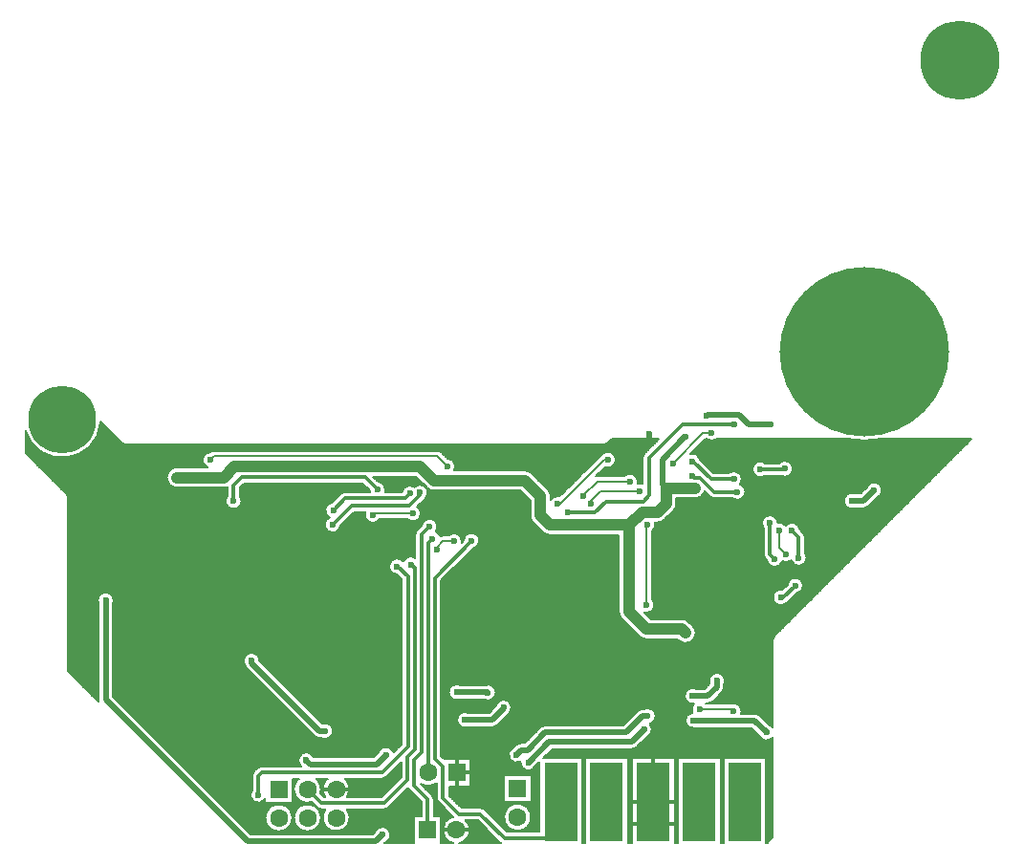
<source format=gbl>
G04 Layer_Physical_Order=2*
G04 Layer_Color=16711680*
%FSLAX24Y24*%
%MOIN*%
G70*
G01*
G75*
%ADD10C,0.0079*%
%ADD39C,0.0118*%
%ADD40C,0.0197*%
%ADD46C,0.0630*%
%ADD47R,0.0630X0.0630*%
%ADD48R,0.0630X0.0630*%
%ADD49R,0.1181X0.1181*%
%ADD50C,0.2362*%
%ADD51C,0.5906*%
%ADD52C,0.2756*%
%ADD53C,0.0236*%
%ADD54C,0.0394*%
%ADD55R,0.1181X0.2756*%
%ADD56C,0.0394*%
%ADD57C,0.0130*%
D10*
X40972Y24892D02*
G03*
X42178Y24892I603J3051D01*
G01*
X40972D02*
G03*
X42178Y24892I603J3051D01*
G01*
X42185Y23100D02*
G03*
X41656Y23209I-276J0D01*
G01*
X42018Y22847D02*
G03*
X42185Y23100I-109J253D01*
G01*
X41535Y22470D02*
G03*
X41717Y22546I0J256D01*
G01*
X41234Y22982D02*
G03*
X41234Y22470I-102J-256D01*
G01*
X39075Y23848D02*
G03*
X38606Y24045I-276J0D01*
G01*
X38657Y23612D02*
G03*
X39075Y23848I142J236D01*
G01*
X38113Y24045D02*
G03*
X38113Y23612I-170J-217D01*
G01*
X41535Y22470D02*
G03*
X41716Y22545I0J256D01*
G01*
X39319Y21725D02*
G03*
X38829Y21863I-274J-33D01*
G01*
X39498Y21457D02*
G03*
X39435Y21610I-217J0D01*
G01*
X39498Y21457D02*
G03*
X39434Y21610I-217J0D01*
G01*
X39557Y20738D02*
G03*
X39498Y20909I-276J0D01*
G01*
X38710Y20623D02*
G03*
X39018Y20657I129J244D01*
G01*
X39018D02*
G03*
X39557Y20738I263J81D01*
G01*
X39439Y19774D02*
G03*
X38890Y19806I-276J0D01*
G01*
X39196Y19500D02*
G03*
X39439Y19774I-33J274D01*
G01*
X38848Y19167D02*
G03*
X38903Y19207I-98J193D01*
G01*
X38848Y19167D02*
G03*
X38903Y19207I-98J193D01*
G01*
X38829Y21863D02*
G03*
X38553Y21962I-217J-170D01*
G01*
X38171Y20666D02*
G03*
X38710Y20623I274J33D01*
G01*
X38553Y21962D02*
G03*
X38061Y21778I-275J-13D01*
G01*
Y20866D02*
G03*
X38124Y20713I217J0D01*
G01*
X38061Y20866D02*
G03*
X38125Y20713I217J0D01*
G01*
X38713Y19629D02*
G03*
X38848Y19167I-61J-269D01*
G01*
X38434Y18023D02*
G03*
X38376Y17884I139J-139D01*
G01*
X38434Y18023D02*
G03*
X38376Y17884I139J-139D01*
G01*
X36068Y24892D02*
G03*
X36432Y24892I182J207D01*
G01*
X35839Y24169D02*
G03*
X35494Y24369I-268J-65D01*
G01*
X33912Y24396D02*
G03*
X33848Y24242I153J-153D01*
G01*
X33912Y24395D02*
G03*
X33848Y24242I153J-153D01*
G01*
X37293Y23484D02*
G03*
X36847Y23701I-276J0D01*
G01*
X33671Y23396D02*
G03*
X33203Y23593I-276J0D01*
G01*
X32480Y24695D02*
G03*
X32620Y24753I0J197D01*
G01*
X32480Y24695D02*
G03*
X32620Y24753I0J197D01*
G01*
X32904Y24163D02*
G03*
X32419Y24343I-276J0D01*
G01*
D02*
G03*
X32361Y24303I81J-179D01*
G01*
X32419Y24343D02*
G03*
X32361Y24303I81J-179D01*
G01*
X32523Y23908D02*
G03*
X32904Y24163I105J255D01*
G01*
X29975Y23686D02*
G03*
X29724Y23789I-251J-251D01*
G01*
X29975Y23685D02*
G03*
X29724Y23789I-251J-250D01*
G01*
X37227Y23305D02*
G03*
X37293Y23484I-209J180D01*
G01*
X36975Y22825D02*
G03*
X37421Y23041I170J217D01*
G01*
D02*
G03*
X37227Y23305I-276J0D01*
G01*
X36173Y22889D02*
G03*
X36326Y22825I153J153D01*
G01*
X36173Y22888D02*
G03*
X36326Y22825I153J153D01*
G01*
X35669Y22815D02*
G03*
X36005Y23056I0J354D01*
G01*
X34904Y22375D02*
G03*
X35008Y22626I-251J251D01*
G01*
X34904Y22375D02*
G03*
X35008Y22626I-250J251D01*
G01*
X34360Y21978D02*
G03*
X34611Y22082I0J354D01*
G01*
X34360Y21978D02*
G03*
X34611Y22082I0J354D01*
G01*
X34272Y21900D02*
G03*
X34260Y21978I-276J0D01*
G01*
X34173Y21689D02*
G03*
X34272Y21900I-177J211D01*
G01*
X34252Y19104D02*
G03*
X34173Y19297I-276J0D01*
G01*
X36683Y16345D02*
G03*
X36703Y16447I-256J102D01*
G01*
X36608Y16059D02*
G03*
X36683Y16240I-181J181D01*
G01*
X36608Y16059D02*
G03*
X36683Y16240I-181J181D01*
G01*
X36703Y16447D02*
G03*
X36171Y16346I-276J0D01*
G01*
X35689Y18120D02*
G03*
X35585Y18371I-354J0D01*
G01*
X35447Y18508D02*
G03*
X35197Y18612I-251J-251D01*
G01*
X35448Y18508D02*
G03*
X35197Y18612I-251J-250D01*
G01*
X35084Y17870D02*
G03*
X35689Y18120I251J251D01*
G01*
X33848Y23314D02*
G03*
X33662Y23325I-108J-253D01*
G01*
X33662Y23325D02*
G03*
X33671Y23396I-266J70D01*
G01*
X32254Y23593D02*
G03*
X32200Y23585I0J-197D01*
G01*
X32254Y23593D02*
G03*
X32200Y23585I0J-197D01*
G01*
X30630Y22884D02*
G03*
X30526Y23135I-354J0D01*
G01*
X30630Y22884D02*
G03*
X30526Y23134I-354J0D01*
G01*
X30941Y22883D02*
G03*
X30630Y22760I-75J-265D01*
G01*
X30359Y21639D02*
G03*
X30610Y21535I251J250D01*
G01*
X30360Y21639D02*
G03*
X30610Y21535I251J251D01*
G01*
X29921Y22224D02*
G03*
X30025Y21974I354J0D01*
G01*
X29921Y22224D02*
G03*
X30025Y21974I354J0D01*
G01*
X27930Y21069D02*
G03*
X28150Y21339I-56J270D01*
G01*
X33894Y18841D02*
G03*
X34252Y19104I82J263D01*
G01*
X33012Y18868D02*
G03*
X33116Y18618I354J0D01*
G01*
X33012Y18868D02*
G03*
X33116Y18617I354J0D01*
G01*
X33726Y18008D02*
G03*
X33976Y17904I251J250D01*
G01*
X33726Y18007D02*
G03*
X33976Y17904I251J251D01*
G01*
X28720Y16043D02*
G03*
X28372Y16309I-276J0D01*
G01*
X28321Y15797D02*
G03*
X28720Y16043I124J246D01*
G01*
X37930Y15237D02*
G03*
X37749Y15312I-181J-181D01*
G01*
X37930Y15237D02*
G03*
X37749Y15312I-181J-181D01*
G01*
X37286Y15391D02*
G03*
X36948Y15659I-276J0D01*
G01*
X37275Y15312D02*
G03*
X37286Y15391I-264J79D01*
G01*
X36102Y15659D02*
G03*
X36284Y15735I0J256D01*
G01*
X36102Y15659D02*
G03*
X36283Y15734I0J256D01*
G01*
X38376Y14816D02*
G03*
X38268Y14899I-217J-170D01*
G01*
X37906Y14537D02*
G03*
X38376Y14475I253J109D01*
G01*
X35705Y16171D02*
G03*
X35628Y15654I-124J-246D01*
G01*
D02*
G03*
X35578Y15344I199J-191D01*
G01*
Y15344D02*
G03*
X35662Y14800I22J-275D01*
G01*
X34291Y15217D02*
G03*
X33913Y15472I-276J0D01*
G01*
X33839D02*
G03*
X33657Y15397I0J-256D01*
G01*
X33839Y15472D02*
G03*
X33658Y15397I0J-256D01*
G01*
X34082Y14949D02*
G03*
X34291Y15217I-67J267D01*
G01*
X34163Y14754D02*
G03*
X34082Y14949I-276J0D01*
G01*
X33996Y14501D02*
G03*
X34163Y14754I-109J253D01*
G01*
X33465Y14075D02*
G03*
X33646Y14150I0J256D01*
G01*
X33465Y14075D02*
G03*
X33646Y14150I0J256D01*
G01*
X29216Y15369D02*
G03*
X29262Y15522I-230J153D01*
G01*
X30450Y14902D02*
G03*
X30269Y14827I0J-256D01*
G01*
X30450Y14902D02*
G03*
X30269Y14826I0J-256D01*
G01*
X29262Y15522D02*
G03*
X28716Y15574I-276J0D01*
G01*
X29167Y15301D02*
G03*
X29216Y15369I-181J181D01*
G01*
X29167Y15301D02*
G03*
X29216Y15369I-181J181D01*
G01*
X28593Y14833D02*
G03*
X28774Y14908I0J256D01*
G01*
X28593Y14833D02*
G03*
X28773Y14908I0J256D01*
G01*
X29596Y14282D02*
G03*
X29416Y14207I0J-256D01*
G01*
X29596Y14282D02*
G03*
X29415Y14206I0J-256D01*
G01*
X29330Y14121D02*
G03*
X29578Y13630I109J-253D01*
G01*
Y13630D02*
G03*
X30106Y13494I274J-28D01*
G01*
X28333Y11964D02*
G03*
X28179Y12028I-153J-153D01*
G01*
X28332Y11964D02*
G03*
X28179Y12028I-153J-153D01*
G01*
X29951Y11697D02*
G03*
X29951Y11697I-472J0D01*
G01*
X28872Y10811D02*
G03*
X28901Y10787I153J153D01*
G01*
X28872Y10812D02*
G03*
X28901Y10787I153J153D01*
G01*
X27303Y23937D02*
G03*
X27030Y24213I-276J0D01*
G01*
X27260Y23789D02*
G03*
X27303Y23937I-233J148D01*
G01*
X26822Y24421D02*
G03*
X26683Y24478I-139J-139D01*
G01*
X26822Y24421D02*
G03*
X26683Y24478I-139J-139D01*
G01*
X26324Y23185D02*
G03*
X26575Y23081I251J250D01*
G01*
X26324Y23184D02*
G03*
X26575Y23081I251J251D01*
G01*
X26260Y22810D02*
G03*
X26350Y23013I-186J203D01*
G01*
X26227Y22767D02*
G03*
X26260Y22810I-153J153D01*
G01*
X26227Y22767D02*
G03*
X26260Y22810I-153J153D01*
G01*
X26683Y21831D02*
G03*
X26134Y21863I-276J0D01*
G01*
X26102Y22283D02*
G03*
X25975Y22515I-276J0D01*
G01*
X26350Y23013D02*
G03*
X25878Y23207I-276J0D01*
G01*
X25634Y22087D02*
G03*
X26102Y22283I193J197D01*
G01*
X25878Y23207D02*
G03*
X25449Y23041I-160J-225D01*
G01*
X24872Y23120D02*
G03*
X24629Y23394I-276J0D01*
G01*
X24861Y23041D02*
G03*
X24872Y23120I-264J79D01*
G01*
X24176Y22343D02*
G03*
X24662Y22087I253J-108D01*
G01*
X26870Y21516D02*
G03*
X26778Y21493I0J-197D01*
G01*
X28150Y21339D02*
G03*
X27599Y21350I-276J0D01*
G01*
X27530Y21319D02*
G03*
X27061Y21516I-276J0D01*
G01*
X26870D02*
G03*
X26778Y21493I0J-197D01*
G01*
X27526Y21278D02*
G03*
X27530Y21319I-272J41D01*
G01*
X26624Y21661D02*
G03*
X26683Y21831I-217J170D01*
G01*
X25973Y21702D02*
G03*
X25909Y21549I153J-153D01*
G01*
X25973Y21703D02*
G03*
X25909Y21549I153J-153D01*
G01*
X26778Y21493D02*
G03*
X26624Y21661I-262J-85D01*
G01*
X25909Y20742D02*
G03*
X25498Y20605I-152J-230D01*
G01*
D02*
G03*
X25274Y20167I-223J-162D01*
G01*
X18898Y24478D02*
G03*
X18767Y24429I0J-197D01*
G01*
X18898Y24478D02*
G03*
X18767Y24429I0J-197D01*
G01*
D02*
G03*
X18667Y23898I2J-276D01*
G01*
X15678Y24753D02*
G03*
X15817Y24695I139J139D01*
G01*
X15678Y24753D02*
G03*
X15817Y24695I139J139D01*
G01*
X12323Y25183D02*
G03*
X14938Y25492I1280J393D01*
G01*
X17598Y23898D02*
G03*
X17598Y23189I0J-354D01*
G01*
X17599Y23898D02*
G03*
X17599Y23189I-1J-354D01*
G01*
X24323Y23088D02*
G03*
X24332Y23041I274J33D01*
G01*
X23468D02*
G03*
X23311Y22976I0J-222D01*
G01*
X23468Y23041D02*
G03*
X23311Y22976I0J-222D01*
G01*
X19232Y23189D02*
G03*
X19360Y23213I0J354D01*
G01*
X19232Y23189D02*
G03*
X19360Y23213I0J354D01*
G01*
X19852Y22717D02*
G03*
X19793Y22887I-276J0D01*
G01*
X23009Y22674D02*
G03*
X22928Y22155I42J-272D01*
G01*
Y22155D02*
G03*
X23305Y21867I103J-255D01*
G01*
X20482Y17163D02*
G03*
X19952Y17050I-275J-8D01*
G01*
D02*
G03*
X20026Y16896I254J27D01*
G01*
X19360Y22887D02*
G03*
X19852Y22717I217J-170D01*
G01*
X19952Y17050D02*
G03*
X20026Y16896I254J27D01*
G01*
X13799Y22844D02*
G03*
X13742Y22984I-197J0D01*
G01*
X13799Y22844D02*
G03*
X13742Y22984I-197J0D01*
G01*
X15394Y19262D02*
G03*
X14862Y19160I-276J0D01*
G01*
X15374D02*
G03*
X15394Y19262I-256J102D01*
G01*
X27750Y15344D02*
G03*
X27750Y14833I-102J-256D01*
G01*
X27455Y16309D02*
G03*
X27455Y15797I-102J-256D01*
G01*
X26108Y12850D02*
G03*
X26654Y12876I254J398D01*
G01*
X25151Y13960D02*
G03*
X24638Y13977I-260J-92D01*
G01*
X24755Y13041D02*
G03*
X24908Y13105I0J217D01*
G01*
X24755Y13041D02*
G03*
X24909Y13105I0J217D01*
G01*
X23624Y12677D02*
G03*
X23453Y13041I-472J0D01*
G01*
X26654Y12372D02*
G03*
X26717Y12219I217J0D01*
G01*
X26654Y12372D02*
G03*
X26717Y12219I217J0D01*
G01*
X26555Y12313D02*
G03*
X26492Y12466I-217J0D01*
G01*
X26555Y12313D02*
G03*
X26491Y12466I-217J0D01*
G01*
X27811Y11250D02*
G03*
X27662Y11594I-472J0D01*
G01*
X27435Y10787D02*
G03*
X27811Y11250I-96J463D01*
G01*
X27227Y11709D02*
G03*
X27243Y10787I112J-459D01*
G01*
X25663Y12719D02*
G03*
X25717Y12628I207J63D01*
G01*
X25663Y12719D02*
G03*
X25717Y12628I207J63D01*
G01*
X24823Y11968D02*
G03*
X24976Y12032I0J217D01*
G01*
X24823Y11968D02*
G03*
X24976Y12032I0J217D01*
G01*
X23535Y12402D02*
G03*
X23624Y12677I-384J276D01*
G01*
Y11677D02*
G03*
X23523Y11968I-472J0D01*
G01*
X25049Y11083D02*
G03*
X24520Y11191I-276J0D01*
G01*
X24882Y10829D02*
G03*
X25049Y11083I-109J253D01*
G01*
X22780Y11968D02*
G03*
X23624Y11677I372J-291D01*
G01*
X23041Y14705D02*
G03*
X22679Y14966I-276J0D01*
G01*
X22663Y14449D02*
G03*
X23041Y14705I102J256D01*
G01*
X22398Y14524D02*
G03*
X22579Y14449I181J181D01*
G01*
X22398Y14524D02*
G03*
X22579Y14449I181J181D01*
G01*
X22370Y13789D02*
G03*
X21934Y13474I-253J-108D01*
G01*
X14862Y15805D02*
G03*
X14879Y15715I256J0D01*
G01*
X14862Y15805D02*
G03*
X14879Y15715I256J0D01*
G01*
X22851Y13041D02*
G03*
X22768Y12402I301J-364D01*
G01*
X22624Y12677D02*
G03*
X22453Y13041I-472J0D01*
G01*
X22602Y12533D02*
G03*
X22624Y12677I-450J144D01*
G01*
X21851Y13041D02*
G03*
X22295Y12227I301J-364D01*
G01*
X22490Y12032D02*
G03*
X22644Y11968I153J153D01*
G01*
X22491Y12032D02*
G03*
X22644Y11968I153J153D01*
G01*
X22624Y11677D02*
G03*
X22624Y11677I-472J0D01*
G01*
X20217Y12641D02*
G03*
X20679Y12346I217J-170D01*
G01*
X20561Y13474D02*
G03*
X20408Y13411I0J-217D01*
G01*
X20561Y13474D02*
G03*
X20408Y13411I0J-217D01*
G01*
X20280Y13283D02*
G03*
X20217Y13130I153J-153D01*
G01*
X20280Y13283D02*
G03*
X20217Y13130I153J-153D01*
G01*
X21624Y11677D02*
G03*
X21624Y11677I-472J0D01*
G01*
X45177Y24766D02*
Y24892D01*
X45236Y24826D02*
Y24892D01*
X45059Y24648D02*
Y24892D01*
X45118Y24707D02*
Y24892D01*
X44941Y24530D02*
Y24892D01*
X45000Y24589D02*
Y24892D01*
X44882Y24471D02*
Y24892D01*
X44823Y24412D02*
Y24892D01*
X42178D02*
X45302D01*
X44705Y24294D02*
Y24892D01*
X44764Y24353D02*
Y24892D01*
X44587Y24176D02*
Y24892D01*
X44646Y24235D02*
Y24892D01*
X44527Y24117D02*
Y24892D01*
X44409Y23999D02*
Y24892D01*
X44468Y24058D02*
Y24892D01*
X44291Y23881D02*
Y24892D01*
X44350Y23940D02*
Y24892D01*
X44173Y23763D02*
Y24892D01*
X44232Y23822D02*
Y24892D01*
X44114Y23703D02*
Y24892D01*
X44055Y23644D02*
Y24892D01*
X42002Y24862D02*
X45273D01*
X43937Y23526D02*
Y24892D01*
X43996Y23585D02*
Y24892D01*
X43819Y23408D02*
Y24892D01*
X43878Y23467D02*
Y24892D01*
X43760Y23349D02*
Y24892D01*
X43642Y23231D02*
Y24892D01*
X43701Y23290D02*
Y24892D01*
X42165Y23203D02*
Y24889D01*
X42106Y23293D02*
Y24878D01*
X43524Y23113D02*
Y24892D01*
X43583Y23172D02*
Y24892D01*
X43464Y23054D02*
Y24892D01*
X41929Y23375D02*
Y24853D01*
X41870Y23373D02*
Y24847D01*
X42047Y23339D02*
Y24869D01*
X41988Y23365D02*
Y24860D01*
X41161Y23000D02*
Y24860D01*
X42067Y23327D02*
X43737D01*
X42128Y23268D02*
X43678D01*
X41811Y23358D02*
Y24842D01*
X42163Y23209D02*
X43619D01*
X42181Y23150D02*
X43560D01*
X42185Y23091D02*
X43501D01*
X42176Y23031D02*
X43442D01*
X41752Y23326D02*
Y24838D01*
X41693Y23271D02*
Y24835D01*
X41634Y23187D02*
Y24833D01*
X41575Y23128D02*
Y24833D01*
X41516Y23069D02*
Y24833D01*
X41457Y23009D02*
Y24835D01*
X43346Y22936D02*
Y24892D01*
X43405Y22995D02*
Y24892D01*
X43228Y22818D02*
Y24892D01*
X43287Y22877D02*
Y24892D01*
X43110Y22700D02*
Y24892D01*
X43169Y22759D02*
Y24892D01*
X43051Y22641D02*
Y24892D01*
X42933Y22522D02*
Y24892D01*
X42992Y22581D02*
Y24892D01*
X42520Y22109D02*
Y24892D01*
X42874Y22463D02*
Y24892D01*
X42342Y21932D02*
Y24892D01*
X42461Y22050D02*
Y24892D01*
X42283Y21873D02*
Y24892D01*
X42815Y22404D02*
Y24892D01*
X42154Y22972D02*
X43383D01*
X42697Y22286D02*
Y24892D01*
X42756Y22345D02*
Y24892D01*
X42579Y22168D02*
Y24892D01*
X42638Y22227D02*
Y24892D01*
X42401Y21991D02*
Y24892D01*
X42112Y22913D02*
X43324D01*
X42033Y22854D02*
X43265D01*
X41966Y22795D02*
X43206D01*
X41907Y22736D02*
X43147D01*
X41848Y22677D02*
X43088D01*
X41789Y22618D02*
X43029D01*
X41730Y22559D02*
X42970D01*
X41339Y22982D02*
Y24842D01*
X41398Y22982D02*
Y24838D01*
X41220Y22987D02*
Y24853D01*
X41279Y22982D02*
Y24847D01*
X42224Y21814D02*
Y24892D01*
X41429Y22982D02*
X41656Y23209D01*
X41043Y22987D02*
Y24878D01*
X41102Y23000D02*
Y24869D01*
X40925Y22909D02*
Y24892D01*
X40984Y22959D02*
Y24889D01*
X40807Y20396D02*
Y24892D01*
X40866Y22799D02*
Y24892D01*
X40748Y20337D02*
Y24892D01*
X42165Y21755D02*
Y22998D01*
X42106Y21696D02*
Y22907D01*
X42047Y21637D02*
Y22862D01*
X41988Y21578D02*
Y22817D01*
X41929Y21518D02*
Y22758D01*
X41870Y21459D02*
Y22699D01*
X41811Y21400D02*
Y22640D01*
X41717Y22546D02*
X42018Y22847D01*
X41234Y22982D02*
X41429D01*
X41752Y21341D02*
Y22581D01*
X40866Y20455D02*
Y22654D01*
X35928Y24803D02*
X45214D01*
X35869Y24744D02*
X45155D01*
X35810Y24685D02*
X45096D01*
X35824Y24213D02*
X44623D01*
X35854Y24153D02*
X44564D01*
X38923Y24094D02*
X44505D01*
X39002Y24035D02*
X44446D01*
X35751Y24626D02*
X45037D01*
X35692Y24567D02*
X44977D01*
X35633Y24508D02*
X44918D01*
X35574Y24449D02*
X44859D01*
X35515Y24390D02*
X44800D01*
X35728Y24331D02*
X44741D01*
X35790Y24272D02*
X44682D01*
X39043Y23976D02*
X44387D01*
X39066Y23917D02*
X44328D01*
X39075Y23858D02*
X44269D01*
X39070Y23799D02*
X44210D01*
X39053Y23740D02*
X44151D01*
X39018Y23681D02*
X44092D01*
X38956Y23622D02*
X44033D01*
X38016Y23563D02*
X43974D01*
X37293Y23504D02*
X43914D01*
X37290Y23445D02*
X43855D01*
X37275Y23386D02*
X43796D01*
X37244Y23327D02*
X41752D01*
X37303Y23268D02*
X41690D01*
X37365Y23209D02*
X41656D01*
X38858Y24118D02*
Y24892D01*
X38917Y24097D02*
Y24892D01*
X38740Y24118D02*
Y24892D01*
X38799Y24124D02*
Y24892D01*
X38976Y24060D02*
Y24892D01*
X39035Y23990D02*
Y24892D01*
X38681Y24097D02*
Y24892D01*
X38622Y24059D02*
Y24892D01*
X36432D02*
X40972D01*
X38090Y24062D02*
Y24892D01*
X38563Y24045D02*
Y24892D01*
X38209Y24045D02*
Y24892D01*
X38268Y24045D02*
Y24892D01*
X38150Y24045D02*
Y24892D01*
X38445Y24045D02*
Y24892D01*
X38504Y24045D02*
Y24892D01*
X38327Y24045D02*
Y24892D01*
X38386Y24045D02*
Y24892D01*
X38113Y23612D02*
X38657D01*
X36392Y24862D02*
X41148D01*
X38016Y24094D02*
X38675D01*
X38113Y24045D02*
X38606D01*
X37399Y23150D02*
X41597D01*
X37417Y23091D02*
X41538D01*
X40630Y20219D02*
Y24892D01*
X40689Y20278D02*
Y24892D01*
X40512Y20101D02*
Y24892D01*
X40571Y20160D02*
Y24892D01*
X40394Y19983D02*
Y24892D01*
X40453Y20042D02*
Y24892D01*
X40335Y19924D02*
Y24892D01*
X40216Y19806D02*
Y24892D01*
X40276Y19865D02*
Y24892D01*
X39803Y19392D02*
Y24892D01*
X39862Y19452D02*
Y24892D01*
X39744Y19333D02*
Y24892D01*
X38434Y18023D02*
X45302Y24892D01*
X39685Y19274D02*
Y24892D01*
X37421Y23031D02*
X41479D01*
X37413Y22972D02*
X41008D01*
X40098Y19688D02*
Y24892D01*
X40157Y19747D02*
Y24892D01*
X39980Y19570D02*
Y24892D01*
X40039Y19629D02*
Y24892D01*
X39921Y19511D02*
Y24892D01*
X37390Y22913D02*
X40929D01*
X37348Y22854D02*
X40888D01*
X37270Y22795D02*
X40865D01*
X35008Y22736D02*
X40856D01*
X35008Y22618D02*
X40878D01*
X35001Y22559D02*
X40913D01*
X35008Y22677D02*
X40861D01*
X39390Y21655D02*
Y24892D01*
X39449Y21594D02*
Y24892D01*
X39272Y21850D02*
Y24892D01*
X39331Y21714D02*
Y24892D01*
X39567Y19156D02*
Y24892D01*
X39626Y19215D02*
Y24892D01*
X39508Y20895D02*
Y24892D01*
X39094Y21964D02*
Y24892D01*
X39035Y21968D02*
Y23706D01*
X38386Y22202D02*
Y23612D01*
X38445Y22168D02*
Y23612D01*
X39153Y21946D02*
Y24892D01*
X39213Y21912D02*
Y24892D01*
X38976Y21960D02*
Y23637D01*
X38681Y21960D02*
Y23599D01*
X38740Y21937D02*
Y23579D01*
X38563Y21964D02*
Y23612D01*
X38622Y21968D02*
Y23612D01*
X38917Y21937D02*
Y23599D01*
X38858Y21895D02*
Y23579D01*
X38799Y21895D02*
Y23573D01*
X38268Y22224D02*
Y23612D01*
X38327Y22220D02*
Y23612D01*
X38209Y22216D02*
Y23612D01*
X38150Y22193D02*
Y23612D01*
X38504Y22106D02*
Y23612D01*
X38090Y22151D02*
Y23596D01*
X41655Y22500D02*
X42911D01*
X41693Y21282D02*
Y22525D01*
X41634Y21223D02*
Y22490D01*
X41575Y21164D02*
Y22474D01*
X41516Y21105D02*
Y22470D01*
X41457Y21046D02*
Y22470D01*
X39050Y21968D02*
X42379D01*
X39216Y21909D02*
X42320D01*
X41234Y22470D02*
X41535D01*
X39271Y21850D02*
X42261D01*
X41398Y20987D02*
Y22470D01*
X39303Y21791D02*
X42202D01*
X41339Y20928D02*
Y22470D01*
X39498Y21319D02*
X41729D01*
X39498Y21260D02*
X41670D01*
X39498Y21201D02*
X41611D01*
X39498Y21142D02*
X41552D01*
X39498Y21083D02*
X41493D01*
X39498Y21024D02*
X41434D01*
X39498Y20965D02*
X41375D01*
X39318Y21732D02*
X42143D01*
X39371Y21673D02*
X42084D01*
X39430Y21614D02*
X42025D01*
X39474Y21555D02*
X41966D01*
X39494Y21496D02*
X41907D01*
X39498Y21437D02*
X41848D01*
X39498Y21378D02*
X41789D01*
X41279Y20869D02*
Y22470D01*
X41220Y20810D02*
Y22465D01*
X41102Y20692D02*
Y22452D01*
X41161Y20751D02*
Y22452D01*
X40984Y20574D02*
Y22494D01*
X41043Y20633D02*
Y22465D01*
X40925Y20515D02*
Y22544D01*
X39319Y21725D02*
X39434Y21610D01*
X38617Y21968D02*
X39040D01*
X38783Y21909D02*
X38875D01*
X39498Y20909D02*
Y21457D01*
X39501Y20905D02*
X41316D01*
X39535Y20846D02*
X41257D01*
X39553Y20787D02*
X41198D01*
X39557Y20728D02*
X41139D01*
X39548Y20669D02*
X41080D01*
X39526Y20610D02*
X41021D01*
X38941D02*
X39037D01*
X38706D02*
X38736D01*
X39484Y20551D02*
X40962D01*
X38627Y20492D02*
X39157D01*
X38678Y20551D02*
X39079D01*
X39406Y20492D02*
X40903D01*
X39407Y19902D02*
X40312D01*
X39390Y19931D02*
Y20485D01*
X39430Y19842D02*
X40253D01*
X39508Y19097D02*
Y20581D01*
X39439Y19783D02*
X40194D01*
X39449Y19038D02*
Y20519D01*
X39288Y20020D02*
X40430D01*
X39331Y19993D02*
Y20467D01*
X39272Y20027D02*
Y20463D01*
X39366Y19961D02*
X40371D01*
X39435Y19724D02*
X40135D01*
X39417Y19665D02*
X40076D01*
X39382Y19606D02*
X40017D01*
X39320Y19547D02*
X39958D01*
X39390Y18979D02*
Y19616D01*
X39331Y18920D02*
Y19555D01*
X39272Y18861D02*
Y19520D01*
X39184Y19488D02*
X39899D01*
X39125Y19429D02*
X39840D01*
X39066Y19370D02*
X39781D01*
X39007Y19311D02*
X39722D01*
X38948Y19252D02*
X39663D01*
X38887Y19193D02*
X39603D01*
X38809Y19134D02*
X39544D01*
X39153Y20049D02*
Y20494D01*
X39213Y20045D02*
Y20471D01*
X39035Y20018D02*
Y20614D01*
X39094Y20040D02*
Y20536D01*
X38976Y19976D02*
Y20627D01*
X39213Y18802D02*
Y19502D01*
X38917Y19898D02*
Y20602D01*
X38799Y19716D02*
Y20593D01*
X38858Y19775D02*
Y20591D01*
X38740Y19657D02*
Y20609D01*
X38681Y19634D02*
Y20557D01*
X38622Y19634D02*
Y20488D01*
X38713Y19629D02*
X38890Y19806D01*
X38563Y19621D02*
Y20450D01*
X38903Y19207D02*
X39196Y19500D01*
X39153Y18743D02*
Y19457D01*
X39094Y18684D02*
Y19398D01*
X39035Y18625D02*
Y19339D01*
X38976Y18566D02*
Y19280D01*
X38917Y18507D02*
Y19221D01*
X38858Y18448D02*
Y19173D01*
X38799Y18389D02*
Y19127D01*
X38740Y18329D02*
Y19099D01*
X38681Y18270D02*
Y19086D01*
X38622Y18211D02*
Y19086D01*
X38380Y22205D02*
X42615D01*
X38470Y22146D02*
X42556D01*
X38516Y22087D02*
X42497D01*
X38542Y22028D02*
X42438D01*
X38518Y20433D02*
X40844D01*
X38552Y21968D02*
X38607D01*
X34956Y22441D02*
X42851D01*
X34910Y22382D02*
X42792D01*
X34985Y22500D02*
X40975D01*
X34851Y22323D02*
X42733D01*
X34792Y22264D02*
X42674D01*
X34173Y19961D02*
X38961D01*
X34173Y19902D02*
X38919D01*
X34173Y19842D02*
X38897D01*
X34173Y19783D02*
X38867D01*
X34173Y19724D02*
X38808D01*
X34173Y19665D02*
X38749D01*
X34173Y19606D02*
X38527D01*
X34173Y20374D02*
X40785D01*
X34173Y20315D02*
X40726D01*
X34173Y20256D02*
X40666D01*
X34173Y20197D02*
X40607D01*
X34173Y20138D02*
X40548D01*
X34173Y20079D02*
X40489D01*
X34173Y20020D02*
X39039D01*
X34733Y22205D02*
X38175D01*
X34674Y22146D02*
X38085D01*
X34173Y21496D02*
X38061D01*
X34173Y21437D02*
X38061D01*
Y20866D02*
Y21778D01*
X34173Y21319D02*
X38061D01*
X34173Y21260D02*
X38061D01*
X34173Y21555D02*
X38061D01*
X34173Y21378D02*
X38061D01*
X34173Y20965D02*
X38061D01*
X34173Y20905D02*
X38061D01*
X34173Y21083D02*
X38061D01*
X34173Y20728D02*
X38111D01*
X34173Y20669D02*
X38168D01*
X34173Y20846D02*
X38062D01*
X34173Y20787D02*
X38076D01*
X38504Y19593D02*
Y20430D01*
X38445Y19542D02*
Y20423D01*
X38125Y20713D02*
X38171Y20666D01*
X34173Y20551D02*
X38212D01*
X34173Y20492D02*
X38263D01*
X34173Y20610D02*
X38184D01*
X34173Y19547D02*
X38449D01*
X34173Y19488D02*
X38407D01*
X34173Y20433D02*
X38372D01*
X34250Y19075D02*
X39485D01*
X34237Y19193D02*
X38433D01*
X34250Y19134D02*
X38494D01*
X38504Y18093D02*
Y19128D01*
X38563Y18152D02*
Y19099D01*
X38445Y18034D02*
Y19178D01*
X34237Y19016D02*
X39426D01*
X34209Y18957D02*
X39367D01*
X34209Y19252D02*
X38398D01*
X34159Y18898D02*
X39308D01*
X34049Y18839D02*
X39249D01*
X33956Y18779D02*
X39190D01*
X34015Y18720D02*
X39131D01*
X35665Y18248D02*
X38659D01*
X35682Y18189D02*
X38600D01*
X35689Y18130D02*
X38540D01*
X35686Y18071D02*
X38481D01*
X35672Y18012D02*
X38423D01*
X34074Y18661D02*
X39072D01*
X35280Y18602D02*
X39013D01*
X35407Y18543D02*
X38954D01*
X35472Y18484D02*
X38895D01*
X35531Y18425D02*
X38836D01*
X35590Y18366D02*
X38777D01*
X35636Y18307D02*
X38718D01*
X38386Y19433D02*
Y20430D01*
Y17945D02*
Y19288D01*
X36500Y16713D02*
X38376D01*
X36609Y16654D02*
X38376D01*
X36688Y16535D02*
X38376D01*
X36701Y16476D02*
X38376D01*
X36660Y16594D02*
X38376D01*
X34173Y19429D02*
X38385D01*
X35647Y17953D02*
X38388D01*
X34173Y19370D02*
X38376D01*
X34173Y19311D02*
X38380D01*
X35607Y17894D02*
X38376D01*
X35545Y17835D02*
X38376D01*
X35417Y17776D02*
X38376D01*
X36683Y16299D02*
X38376D01*
X36683Y16240D02*
X38376D01*
X36701Y16417D02*
X38376D01*
X36688Y16358D02*
X38376D01*
X36654Y16122D02*
X38376D01*
X36612Y16063D02*
X38376D01*
X36676Y16181D02*
X38376D01*
X36494Y15945D02*
X38376D01*
X36435Y15886D02*
X38376D01*
X36553Y16004D02*
X38376D01*
X36317Y15768D02*
X38376D01*
X36253Y15709D02*
X38376D01*
X36376Y15827D02*
X38376D01*
X37972Y24103D02*
Y24892D01*
X38031Y24090D02*
Y24892D01*
X37854Y24090D02*
Y24892D01*
X37913Y24103D02*
Y24892D01*
X37736Y24011D02*
Y24892D01*
X37795Y24061D02*
Y24892D01*
X36083Y23925D02*
Y24880D01*
X35987Y24862D02*
X36108D01*
X32759Y24892D02*
X34408D01*
X36017D02*
X36068D01*
X35494Y24369D02*
X36017Y24892D01*
X36024Y23984D02*
Y24892D01*
X33912Y24396D02*
X34408Y24892D01*
X35965Y24043D02*
Y24840D01*
X35913Y24094D02*
X37870D01*
X35905Y24102D02*
Y24781D01*
X35846Y24161D02*
Y24722D01*
X35972Y24035D02*
X37761D01*
X36031Y23976D02*
X37710D01*
X36091Y23917D02*
X37682D01*
X35669Y24362D02*
Y24544D01*
X35610Y24377D02*
Y24485D01*
X32729Y24862D02*
X34379D01*
X35551Y24379D02*
Y24426D01*
X35787Y24275D02*
Y24662D01*
X35728Y24331D02*
Y24603D01*
X34311Y24794D02*
Y24892D01*
X34370Y24853D02*
Y24892D01*
X34193Y24676D02*
Y24892D01*
X34252Y24735D02*
Y24892D01*
X34075Y24558D02*
Y24892D01*
X34134Y24617D02*
Y24892D01*
X34016Y24499D02*
Y24892D01*
X32776Y24396D02*
Y24892D01*
X33957Y24440D02*
Y24892D01*
X32620Y24753D02*
X32759Y24892D01*
X32716Y24424D02*
Y24850D01*
X32894Y24237D02*
Y24892D01*
X33898Y24379D02*
Y24892D01*
X32835Y24346D02*
Y24892D01*
X32881Y24272D02*
X33850D01*
X32899Y24213D02*
X33848D01*
X32895Y24094D02*
X33848D01*
X32872Y24035D02*
X33848D01*
X32903Y24153D02*
X33848D01*
X32670Y24803D02*
X34320D01*
X32785Y24390D02*
X33907D01*
X32657Y24437D02*
Y24790D01*
X32847Y24331D02*
X33867D01*
X32830Y23976D02*
X33848D01*
X32752Y23917D02*
X33848D01*
X37205Y23687D02*
Y24892D01*
X37677Y23901D02*
Y24892D01*
X37087Y23751D02*
Y24892D01*
X37146Y23728D02*
Y24892D01*
X37323Y23252D02*
Y24892D01*
X37382Y23183D02*
Y24892D01*
X37264Y23609D02*
Y24892D01*
X36968Y23755D02*
Y24892D01*
X37027Y23760D02*
Y24892D01*
X36850Y23703D02*
Y24892D01*
X36909Y23738D02*
Y24892D01*
X36555Y23701D02*
Y24892D01*
X36614Y23701D02*
Y24892D01*
X36437Y23701D02*
Y24892D01*
X36791Y23701D02*
Y24892D01*
X37120Y23740D02*
X37682D01*
X36496Y23701D02*
Y24892D01*
X36732Y23701D02*
Y24892D01*
X37211Y23681D02*
X37710D01*
X36673Y23701D02*
Y24892D01*
X36150Y23858D02*
X37669D01*
X36209Y23799D02*
X37669D01*
X36319Y23701D02*
Y24832D01*
X36268Y23740D02*
X36915D01*
X36378Y23701D02*
Y24854D01*
X36307Y23701D02*
X36847D01*
X35839Y24169D02*
X36307Y23701D01*
X33602Y23578D02*
Y24892D01*
X33661Y23469D02*
Y24892D01*
X33484Y23657D02*
Y24892D01*
X33543Y23628D02*
Y24892D01*
X33779Y23334D02*
Y24892D01*
X33839Y23318D02*
Y24892D01*
X33720Y23336D02*
Y24892D01*
X33366Y23670D02*
Y24892D01*
X33425Y23670D02*
Y24892D01*
X33248Y23628D02*
Y24892D01*
X33307Y23657D02*
Y24892D01*
X33012Y23593D02*
Y24892D01*
X33071Y23593D02*
Y24892D01*
X32953Y23593D02*
Y24892D01*
X36201Y23807D02*
Y24827D01*
X36260Y23748D02*
Y24823D01*
X36142Y23866D02*
Y24845D01*
X33553Y23622D02*
X33848D01*
Y23314D02*
Y24242D01*
X33189Y23593D02*
Y24892D01*
X32776Y23593D02*
Y23931D01*
X32716Y23593D02*
Y23902D01*
X32657Y23593D02*
Y23889D01*
X33130Y23593D02*
Y24892D01*
X32894Y23593D02*
Y24090D01*
X32835Y23593D02*
Y23981D01*
X32610Y24744D02*
X34261D01*
X32598Y24437D02*
Y24734D01*
X32539Y24424D02*
Y24704D01*
X32480Y24396D02*
Y24695D01*
X32421Y24346D02*
Y24695D01*
X32303Y24245D02*
Y24695D01*
X32362Y24304D02*
Y24695D01*
X32185Y24127D02*
Y24695D01*
X32244Y24186D02*
Y24695D01*
X29646Y23789D02*
Y24695D01*
X29705Y23789D02*
Y24695D01*
X29587Y23789D02*
Y24695D01*
X32126Y24068D02*
Y24695D01*
X32473Y23858D02*
X33848D01*
X32414Y23799D02*
X33848D01*
X32008Y23950D02*
Y24695D01*
X32067Y24009D02*
Y24695D01*
X31890Y23831D02*
Y24695D01*
X31949Y23891D02*
Y24695D01*
X29468Y23789D02*
Y24695D01*
X29527Y23789D02*
Y24695D01*
X29409Y23789D02*
Y24695D01*
X28287Y23789D02*
Y24695D01*
X28346Y23789D02*
Y24695D01*
X28169Y23789D02*
Y24695D01*
X28228Y23789D02*
Y24695D01*
X28465Y23789D02*
Y24695D01*
X28524Y23789D02*
Y24695D01*
X28405Y23789D02*
Y24695D01*
X27874Y23789D02*
Y24695D01*
X27933Y23789D02*
Y24695D01*
X27756Y23789D02*
Y24695D01*
X27815Y23789D02*
Y24695D01*
X28051Y23789D02*
Y24695D01*
X28110Y23789D02*
Y24695D01*
X27992Y23789D02*
Y24695D01*
X29114Y23789D02*
Y24695D01*
X29173Y23789D02*
Y24695D01*
X28996Y23789D02*
Y24695D01*
X29055Y23789D02*
Y24695D01*
X29291Y23789D02*
Y24695D01*
X29350Y23789D02*
Y24695D01*
X29232Y23789D02*
Y24695D01*
X28642Y23789D02*
Y24695D01*
X28701Y23789D02*
Y24695D01*
X28583Y23789D02*
Y24695D01*
X28878Y23789D02*
Y24695D01*
X28937Y23789D02*
Y24695D01*
X28760Y23789D02*
Y24695D01*
X31772Y23713D02*
Y24695D01*
X31831Y23772D02*
Y24695D01*
X31653Y23595D02*
Y24695D01*
X31713Y23654D02*
Y24695D01*
X31535Y23477D02*
Y24695D01*
X31594Y23536D02*
Y24695D01*
X31476Y23418D02*
Y24695D01*
X31358Y23300D02*
Y24695D01*
X31417Y23359D02*
Y24695D01*
X31240Y23182D02*
Y24695D01*
X31299Y23241D02*
Y24695D01*
X31181Y23123D02*
Y24695D01*
X30941Y22883D02*
X32361Y24303D01*
X31122Y23064D02*
Y24695D01*
X32598Y23593D02*
Y23889D01*
X32355Y23740D02*
X33848D01*
X32539Y23593D02*
Y23902D01*
X32480Y23593D02*
Y23865D01*
X32421Y23593D02*
Y23806D01*
X32362Y23593D02*
Y23747D01*
X32303Y23593D02*
Y23688D01*
X32296Y23681D02*
X33848D01*
X32237Y23622D02*
X33238D01*
X29905Y23740D02*
X31798D01*
X29979Y23681D02*
X31739D01*
X32200Y23585D02*
X32523Y23908D01*
X32244Y23592D02*
Y23629D01*
X30039Y23622D02*
X31680D01*
X31004Y22946D02*
Y24695D01*
X31063Y23005D02*
Y24695D01*
X30827Y22891D02*
Y24695D01*
X30886Y22893D02*
Y24695D01*
X30768Y22875D02*
Y24695D01*
X30945Y22887D02*
Y24695D01*
X30709Y22844D02*
Y24695D01*
X30413Y23247D02*
Y24695D01*
X30472Y23188D02*
Y24695D01*
X29764Y23787D02*
Y24695D01*
X30354Y23306D02*
Y24695D01*
X30590Y23046D02*
Y24695D01*
X30650Y22789D02*
Y24695D01*
X30531Y23129D02*
Y24695D01*
X30118Y23542D02*
Y24695D01*
X30177Y23483D02*
Y24695D01*
X30000Y23661D02*
Y24695D01*
X30059Y23602D02*
Y24695D01*
X30295Y23365D02*
Y24695D01*
X29975Y23685D02*
X30526Y23135D01*
X30236Y23424D02*
Y24695D01*
X29823Y23775D02*
Y24695D01*
X29882Y23752D02*
Y24695D01*
X28819Y23789D02*
Y24695D01*
X29941Y23716D02*
Y24695D01*
X37256Y23622D02*
X37761D01*
X37282Y23563D02*
X37870D01*
X37264Y23290D02*
Y23360D01*
X38031Y22073D02*
Y23568D01*
X36005Y23056D02*
X36173Y22889D01*
X35914Y22913D02*
X36148D01*
X35996Y23031D02*
X36030D01*
X35964Y22972D02*
X36089D01*
X35832Y22854D02*
X36217D01*
X34615Y22087D02*
X38039D01*
X34540Y22028D02*
X38013D01*
X36326Y22825D02*
X36975D01*
X35008Y22795D02*
X37022D01*
X34271Y21909D02*
X38005D01*
X34267Y21850D02*
X38020D01*
X34263Y21968D02*
X38003D01*
X34173Y21673D02*
X38061D01*
X34173Y21614D02*
X38061D01*
X34249Y21791D02*
X38051D01*
X34215Y21732D02*
X38061D01*
X34173Y21142D02*
X38061D01*
X34173Y21024D02*
X38061D01*
X34173Y21201D02*
X38061D01*
X35008Y22815D02*
X35669D01*
X35008Y22626D02*
Y22815D01*
X35138Y18612D02*
Y22815D01*
X35197Y18612D02*
Y22815D01*
X34611Y22082D02*
X34904Y22375D01*
X34665Y18612D02*
Y22137D01*
X34724Y18612D02*
Y22196D01*
X34606Y18612D02*
Y22078D01*
X34547Y18612D02*
Y22032D01*
X34488Y18612D02*
Y22002D01*
X34429Y18612D02*
Y21985D01*
X34260Y21978D02*
X34360D01*
X34370Y18612D02*
Y21978D01*
X34311Y18612D02*
Y21978D01*
X34252Y18612D02*
Y19098D01*
X34193Y19275D02*
Y21707D01*
X34173Y19297D02*
Y21689D01*
X34252Y19110D02*
Y21797D01*
X34193Y18612D02*
Y18934D01*
X36496Y16714D02*
Y22825D01*
X36555Y16691D02*
Y22825D01*
X36260Y16666D02*
Y22835D01*
X36319Y16700D02*
Y22825D01*
X36673Y16571D02*
Y22825D01*
X36968Y15663D02*
Y22825D01*
X36201Y16604D02*
Y22865D01*
X36083Y16257D02*
Y22979D01*
X36142Y16317D02*
Y22920D01*
X36024Y16198D02*
Y23038D01*
X35965Y16171D02*
Y22973D01*
X35905Y16171D02*
Y22905D01*
X35846Y16171D02*
Y22862D01*
X35787Y16171D02*
Y22835D01*
X36683Y16240D02*
Y16345D01*
X36437Y16722D02*
Y22825D01*
X36614Y16649D02*
Y22825D01*
X37027Y15666D02*
Y22792D01*
X36378Y16718D02*
Y22825D01*
X35996Y16171D02*
X36171Y16346D01*
X35683Y16181D02*
X36006D01*
X35705Y16171D02*
X35996D01*
X36284Y15735D02*
X36608Y16059D01*
X35728Y16171D02*
Y22820D01*
X35433Y18522D02*
Y22815D01*
X35492Y18464D02*
Y22815D01*
X35315Y18592D02*
Y22815D01*
X35374Y18565D02*
Y22815D01*
X35610Y18343D02*
Y22815D01*
X35669Y18237D02*
Y22815D01*
X35551Y18405D02*
Y22815D01*
X34961Y18612D02*
Y22449D01*
X34902Y18612D02*
Y22373D01*
X34842Y18612D02*
Y22314D01*
X34783Y18612D02*
Y22255D01*
X35079Y18612D02*
Y22815D01*
X35256Y18607D02*
Y22815D01*
X35020Y18612D02*
Y22815D01*
X35610Y16199D02*
Y17897D01*
X35448Y18508D02*
X35585Y18371D01*
X35551Y16199D02*
Y17840D01*
X35669Y16186D02*
Y18003D01*
X35492Y16186D02*
Y17803D01*
X35433Y16158D02*
Y17780D01*
X35050Y17904D02*
X35084Y17870D01*
X35374Y16107D02*
Y17768D01*
X35315Y15998D02*
Y17766D01*
X33667Y23445D02*
X33848D01*
X33671Y23386D02*
X33848D01*
X33615Y23563D02*
X33848D01*
X33649Y23504D02*
X33848D01*
X33813Y23327D02*
X33848D01*
X32254Y23593D02*
X33203D01*
X30098Y23563D02*
X31621D01*
X30157Y23504D02*
X31562D01*
X30216Y23445D02*
X31503D01*
X30275Y23386D02*
X31444D01*
X30334Y23327D02*
X31385D01*
X30610Y21535D02*
X33012D01*
X30393Y23268D02*
X31326D01*
X30452Y23209D02*
X31267D01*
X28149Y21319D02*
X33012D01*
X28138Y21260D02*
X33012D01*
X28147Y21378D02*
X33012D01*
X28113Y21201D02*
X33012D01*
X28067Y21142D02*
X33012D01*
X28100Y21496D02*
X33012D01*
X28131Y21437D02*
X33012D01*
X27885Y21024D02*
X33012D01*
X27826Y20965D02*
X33012D01*
X27976Y21083D02*
X33012D01*
X30511Y23150D02*
X31208D01*
X30563Y23091D02*
X31149D01*
X30598Y23031D02*
X31090D01*
X30619Y22972D02*
X31031D01*
X29578Y23081D02*
X29921Y22737D01*
X27933Y21608D02*
Y23081D01*
X27992Y21588D02*
Y23081D01*
X27815Y21608D02*
Y23081D01*
X27874Y21614D02*
Y23081D01*
X28051Y21550D02*
Y23081D01*
X28110Y21481D02*
Y23081D01*
X27756Y21588D02*
Y23081D01*
X30629Y22913D02*
X30972D01*
X30630Y22760D02*
Y22884D01*
Y22854D02*
X30724D01*
X30025Y21974D02*
X30359Y21639D01*
X29921Y22224D02*
Y22737D01*
X27879Y21614D02*
X30388D01*
X28045Y21555D02*
X30494D01*
X34075Y18661D02*
Y18847D01*
X34016Y18720D02*
Y18832D01*
X33957Y18779D02*
Y18829D01*
X34134Y18612D02*
Y18878D01*
X34123Y18612D02*
X35197D01*
X33894Y18841D02*
X34123Y18612D01*
X33012Y18868D02*
Y21535D01*
X27767Y20905D02*
X33012D01*
X27708Y20846D02*
X33012D01*
X33116Y18617D02*
X33726Y18008D01*
X29173Y15724D02*
Y23081D01*
X33976Y17904D02*
X35050D01*
X28720Y16063D02*
X35342D01*
X29110Y15768D02*
X35355D01*
X29189Y15709D02*
X35410D01*
X28718Y16004D02*
X35317D01*
X28547Y16299D02*
X36124D01*
X28638Y16240D02*
X36065D01*
X28684Y16181D02*
X35478D01*
X28709Y16122D02*
X35388D01*
X28671Y15886D02*
X35308D01*
X28615Y15827D02*
X35323D01*
X28702Y15945D02*
X35306D01*
X28996Y15797D02*
Y23081D01*
X29055Y15789D02*
Y23081D01*
X28878Y15775D02*
Y23081D01*
X28937Y15793D02*
Y23081D01*
X28819Y15741D02*
Y23081D01*
X29114Y15766D02*
Y23081D01*
X28760Y15679D02*
Y23081D01*
X28465Y16318D02*
Y23081D01*
X28524Y16307D02*
Y23081D01*
X28228Y16309D02*
Y23081D01*
X28405Y16316D02*
Y23081D01*
X28642Y16236D02*
Y23081D01*
X28701Y16146D02*
Y23081D01*
X28583Y16282D02*
Y23081D01*
X28287Y16309D02*
Y23081D01*
X28346Y16309D02*
Y23081D01*
X28169Y16309D02*
Y23081D01*
X28051Y16309D02*
Y21127D01*
X28110Y16309D02*
Y21197D01*
X27815Y16309D02*
Y20954D01*
X27756Y16309D02*
Y20895D01*
X27697Y16309D02*
Y20835D01*
X27992Y16309D02*
Y21090D01*
X27933Y16309D02*
Y21069D01*
X27874Y16309D02*
Y21013D01*
X38031Y15136D02*
Y21825D01*
X38090Y15077D02*
Y20757D01*
X37913Y15252D02*
Y23555D01*
X37972Y15195D02*
Y23555D01*
X38209Y14958D02*
Y20557D01*
X38268Y14899D02*
Y20488D01*
X38150Y15017D02*
Y20688D01*
X37106Y15650D02*
X38376D01*
X37201Y15591D02*
X38376D01*
X37618Y15312D02*
Y24892D01*
X37677Y15312D02*
Y23756D01*
X37795Y15308D02*
Y23596D01*
X37854Y15289D02*
Y23568D01*
X37736Y15312D02*
Y23647D01*
X37990Y15177D02*
X38376D01*
X38049Y15118D02*
X38376D01*
X37840Y15295D02*
X38376D01*
X37931Y15236D02*
X38376D01*
X38167Y15000D02*
X38376D01*
X38226Y14941D02*
X38376D01*
X38108Y15059D02*
X38376D01*
X37285Y15413D02*
X38376D01*
X37284Y15354D02*
X38376D01*
X37248Y15531D02*
X38376D01*
X37274Y15472D02*
X38376D01*
X37275Y15312D02*
X37749D01*
X37382D02*
Y22899D01*
X37323Y15312D02*
Y22830D01*
X37264Y15500D02*
Y22792D01*
X37205Y15587D02*
Y22772D01*
X37500Y15312D02*
Y24892D01*
X37559Y15312D02*
Y24892D01*
X37441Y15312D02*
Y24892D01*
X36791Y15659D02*
Y22825D01*
X36850Y15659D02*
Y22825D01*
X36732Y15659D02*
Y22825D01*
X36673Y15659D02*
Y16170D01*
X37087Y15656D02*
Y22772D01*
X37146Y15631D02*
Y22766D01*
X36909Y15659D02*
Y22825D01*
X36555Y15659D02*
Y16006D01*
X36496Y15659D02*
Y15947D01*
X36437Y15659D02*
Y15888D01*
X36378Y15659D02*
Y15829D01*
X36614Y15659D02*
Y16065D01*
X36020Y15659D02*
X36102D01*
X36319Y15659D02*
Y15770D01*
X36020Y15659D02*
X36939D01*
X36260D02*
Y15714D01*
X38376Y14816D02*
Y17884D01*
X38301Y14882D02*
X38376D01*
X38327Y14865D02*
Y20450D01*
X37930Y15237D02*
X38268Y14899D01*
X37643Y14800D02*
X37906Y14537D01*
X37677Y13770D02*
Y14766D01*
X37382Y13770D02*
Y14800D01*
X37441Y13770D02*
Y14800D01*
X37264Y13770D02*
Y14800D01*
X37323Y13770D02*
Y14800D01*
X37559Y13770D02*
Y14800D01*
X37618Y13770D02*
Y14800D01*
X37500Y13770D02*
Y14800D01*
X38376Y10997D02*
Y14475D01*
X38301Y14409D02*
X38376D01*
X38090Y13770D02*
Y14379D01*
X38150Y13770D02*
Y14370D01*
X38327Y10948D02*
Y14427D01*
X38268Y10889D02*
Y14392D01*
X38209Y10829D02*
Y14374D01*
X38031Y13770D02*
Y14402D01*
X37913Y13770D02*
Y14522D01*
X37972Y13770D02*
Y14443D01*
X37795Y13770D02*
Y14648D01*
X37854Y13770D02*
Y14589D01*
X37736Y13770D02*
Y14707D01*
X36968Y13770D02*
Y14800D01*
X37027Y13770D02*
Y14800D01*
X36850Y13770D02*
Y14800D01*
X36909Y13770D02*
Y14800D01*
X37146Y13770D02*
Y14800D01*
X37205Y13770D02*
Y14800D01*
X37087Y13770D02*
Y14800D01*
X36732Y13770D02*
Y14800D01*
X36791Y13770D02*
Y14800D01*
X35965Y13770D02*
Y14800D01*
X36673Y13770D02*
Y14800D01*
X36555Y13770D02*
Y14800D01*
X36614Y10787D02*
Y14800D01*
X36496Y13770D02*
Y14800D01*
X36260Y13770D02*
Y14800D01*
X36319Y13770D02*
Y14800D01*
X36142Y13770D02*
Y14800D01*
X36201Y13770D02*
Y14800D01*
X36437Y13770D02*
Y14800D01*
X36654Y12205D02*
Y13770D01*
X36378D02*
Y14800D01*
X35787Y13770D02*
Y14800D01*
X35846Y13770D02*
Y14800D01*
X35728Y13770D02*
Y14800D01*
X36024Y13770D02*
Y14800D01*
X36083Y13770D02*
Y14800D01*
X35905Y13770D02*
Y14800D01*
X35492Y15322D02*
Y15664D01*
X35551Y15340D02*
Y15651D01*
X35433Y15288D02*
Y15693D01*
X35374Y15226D02*
Y15743D01*
X29230Y15650D02*
X35624D01*
X29253Y15591D02*
X35583D01*
X29262Y15531D02*
X35560D01*
X34118Y15472D02*
X35551D01*
X34209Y15413D02*
X35556D01*
X34254Y15354D02*
X35573D01*
X34280Y15295D02*
X35443D01*
X34291Y15236D02*
X35381D01*
X34289Y15177D02*
X35347D01*
X34273Y15118D02*
X35329D01*
X34242Y15059D02*
X35325D01*
X35662Y14800D02*
X37643D01*
X34163Y14764D02*
X37679D01*
X34186Y15000D02*
X35334D01*
X34155Y14823D02*
X35476D01*
X34159Y14705D02*
X37739D01*
X34090Y14941D02*
X35356D01*
X34132Y14882D02*
X35398D01*
X34107Y14587D02*
X37857D01*
X34045Y14528D02*
X37910D01*
X34141Y14646D02*
X37798D01*
X34016Y15492D02*
Y17904D01*
X34075Y15486D02*
Y17904D01*
X33898Y15472D02*
Y17912D01*
X33957Y15486D02*
Y17904D01*
X34193Y15428D02*
Y17904D01*
X34252Y15359D02*
Y17904D01*
X34134Y15466D02*
Y17904D01*
X33779Y15466D02*
Y17963D01*
X33839Y15472D02*
Y17931D01*
X33661Y15401D02*
Y18072D01*
X33720Y15444D02*
Y18013D01*
X33543Y15283D02*
Y18190D01*
X33602Y15342D02*
Y18131D01*
X33484Y15224D02*
Y18249D01*
X33839Y15472D02*
X33913D01*
X34134Y14878D02*
Y14968D01*
X29257Y15472D02*
X33835D01*
X29240Y15413D02*
X33675D01*
X29208Y15354D02*
X33614D01*
X33162Y14902D02*
X33657Y15397D01*
X29161Y15295D02*
X33555D01*
X29102Y15236D02*
X33496D01*
X35315Y13770D02*
Y15852D01*
X35374Y13770D02*
Y14912D01*
X35197Y13770D02*
Y17794D01*
X35256Y13770D02*
Y17775D01*
X35492Y13770D02*
Y14815D01*
X35669Y13770D02*
Y14800D01*
X35433Y13770D02*
Y14850D01*
X35079Y13770D02*
Y17875D01*
X35138Y13770D02*
Y17826D01*
X34783Y13770D02*
Y17904D01*
X34902Y13770D02*
Y17904D01*
X34961Y10787D02*
Y17904D01*
X35020Y10787D02*
Y17904D01*
X34842Y13770D02*
Y17904D01*
X33846Y14350D02*
X38376D01*
X33787Y14291D02*
X38376D01*
X33964Y14468D02*
X37948D01*
X33905Y14409D02*
X38018D01*
X35610Y13770D02*
Y14793D01*
X33728Y14232D02*
X38376D01*
X35551Y13770D02*
Y14798D01*
X30667Y14055D02*
X38376D01*
X30608Y13996D02*
X38376D01*
X33669Y14173D02*
X38376D01*
X33601Y14114D02*
X38376D01*
X30490Y13878D02*
X38376D01*
X30431Y13819D02*
X38376D01*
X30549Y13937D02*
X38376D01*
X34488Y13770D02*
Y17904D01*
X34547Y13770D02*
Y17904D01*
X34370Y13770D02*
Y17904D01*
X34429Y13770D02*
Y17904D01*
X34665Y13770D02*
Y17904D01*
X34724Y13770D02*
Y17904D01*
X34606Y13770D02*
Y17904D01*
X34134Y13770D02*
Y14630D01*
X34075Y13770D02*
Y14551D01*
X34016Y13770D02*
Y14510D01*
X34311Y13770D02*
Y17904D01*
X34252Y13770D02*
Y15074D01*
X34193Y13770D02*
Y15005D01*
X33646Y14150D02*
X33996Y14501D01*
X33779Y13770D02*
Y14284D01*
X33720Y13770D02*
Y14225D01*
X33661Y13770D02*
Y14166D01*
X33957Y13770D02*
Y14461D01*
X33898Y13770D02*
Y14402D01*
X33839Y13770D02*
Y14343D01*
X30687Y14075D02*
X33465D01*
X33602Y13770D02*
Y14115D01*
X33543Y13770D02*
Y14087D01*
X33484Y13770D02*
Y14076D01*
X38150Y13287D02*
X38376D01*
X38150Y13228D02*
X38376D01*
X38150Y13405D02*
X38376D01*
X38150Y13346D02*
X38376D01*
X38150Y13110D02*
X38376D01*
X38150Y13051D02*
X38376D01*
X38150Y13169D02*
X38376D01*
X38150Y13701D02*
X38376D01*
X38150Y13642D02*
X38376D01*
X36654Y13770D02*
X38150D01*
Y13760D02*
X38376D01*
X38150Y13524D02*
X38376D01*
X38150Y13465D02*
X38376D01*
X38150Y13583D02*
X38376D01*
X38150Y12461D02*
X38376D01*
X38150Y12402D02*
X38376D01*
X38150Y12579D02*
X38376D01*
X38150Y12520D02*
X38376D01*
X38150Y12283D02*
X38376D01*
X38150Y12224D02*
X38376D01*
X38150Y12342D02*
X38376D01*
X38150Y12874D02*
X38376D01*
X38150Y12815D02*
X38376D01*
X38150Y12992D02*
X38376D01*
X38150Y12933D02*
X38376D01*
X38150Y12697D02*
X38376D01*
X38150Y12638D02*
X38376D01*
X38150Y12756D02*
X38376D01*
X36555Y13228D02*
X36654D01*
X36555Y13169D02*
X36654D01*
X36555Y13346D02*
X36654D01*
X36555Y13287D02*
X36654D01*
X36555Y13051D02*
X36654D01*
X36555Y12992D02*
X36654D01*
X36555Y13110D02*
X36654D01*
X36555Y13642D02*
X36654D01*
X36555Y13583D02*
X36654D01*
X36555Y13760D02*
X36654D01*
X36555Y13701D02*
X36654D01*
X36555Y13465D02*
X36654D01*
X36555Y13405D02*
X36654D01*
X36555Y13524D02*
X36654D01*
X36555Y12461D02*
X36654D01*
X36555Y12402D02*
X36654D01*
X36555Y12579D02*
X36654D01*
X36555Y12520D02*
X36654D01*
X36555Y12283D02*
X36654D01*
X36555Y12224D02*
X36654D01*
X36555Y12342D02*
X36654D01*
X36555Y12874D02*
X36654D01*
X36555Y12815D02*
X36654D01*
X36555Y12933D02*
X36654D01*
X36555Y12697D02*
X36654D01*
X36555Y12638D02*
X36654D01*
X36555Y12756D02*
X36654D01*
X38150Y11811D02*
X38376D01*
X38150Y11752D02*
X38376D01*
X38150Y11929D02*
X38376D01*
X38150Y11870D02*
X38376D01*
X38150Y11634D02*
X38376D01*
X38150Y11575D02*
X38376D01*
X38150Y11693D02*
X38376D01*
X38150Y12106D02*
X38376D01*
X38150Y12047D02*
X38376D01*
X38150Y12205D02*
Y13770D01*
Y12165D02*
X38376D01*
X38150Y10787D02*
Y12205D01*
Y11988D02*
X38376D01*
X38150Y10787D02*
Y12205D01*
Y11398D02*
X38376D01*
X38150Y11339D02*
X38376D01*
X38150Y11516D02*
X38376D01*
X38150Y11457D02*
X38376D01*
X38150Y11220D02*
X38376D01*
X38166Y10787D02*
X38376Y10997D01*
X38150Y11279D02*
X38376D01*
X38150Y11161D02*
X38376D01*
X38150Y11102D02*
X38376D01*
X38150Y11043D02*
X38376D01*
X38150Y10984D02*
X38363D01*
X38150Y10925D02*
X38304D01*
X38150Y10866D02*
X38245D01*
X38150Y10807D02*
X38186D01*
X36654Y10787D02*
Y12205D01*
X36555Y12106D02*
X36654D01*
X36555Y12205D02*
Y13770D01*
Y12165D02*
X36654D01*
X36555Y10787D02*
Y12205D01*
X36654Y10787D02*
Y12205D01*
X36555Y10787D02*
Y12205D01*
Y11929D02*
X36654D01*
X36555Y11752D02*
X36654D01*
X36555Y12047D02*
X36654D01*
X36555Y11988D02*
X36654D01*
X36555Y11634D02*
X36654D01*
X36555Y11575D02*
X36654D01*
X36555Y11693D02*
X36654D01*
X36555Y11043D02*
X36654D01*
X36555Y10984D02*
X36654D01*
X36555Y11161D02*
X36654D01*
X36555Y11102D02*
X36654D01*
X36555Y10807D02*
X36654D01*
X36555Y10787D02*
X36654D01*
X36555Y10925D02*
X36654D01*
X36555Y11457D02*
X36654D01*
X36555Y11398D02*
X36654D01*
X36555Y11516D02*
X36654D01*
X36555Y11279D02*
X36654D01*
X36555Y11220D02*
X36654D01*
X36555Y11339D02*
X36654D01*
X35059Y13770D02*
X36555D01*
X34951Y13760D02*
X35059D01*
X34951Y13701D02*
X35059D01*
X34951Y13642D02*
X35059D01*
Y12205D02*
Y13770D01*
X34951Y13524D02*
X35059D01*
X34951Y13583D02*
X35059D01*
X34951Y13346D02*
X35059D01*
X34951Y13287D02*
X35059D01*
X34951Y13465D02*
X35059D01*
X34951Y13405D02*
X35059D01*
X34951Y13169D02*
X35059D01*
X34951Y13110D02*
X35059D01*
X34951Y13228D02*
X35059D01*
X34951Y12520D02*
X35059D01*
X34951Y12402D02*
X35059D01*
X34951Y12638D02*
X35059D01*
X34951Y12579D02*
X35059D01*
X34951Y12283D02*
X35059D01*
X34951Y12224D02*
X35059D01*
X34951Y12342D02*
X35059D01*
X34951Y12933D02*
X35059D01*
X34951Y12874D02*
X35059D01*
X34951Y13051D02*
X35059D01*
X34951Y12992D02*
X35059D01*
X34951Y12756D02*
X35059D01*
X34951Y12697D02*
X35059D01*
X34951Y12815D02*
X35059D01*
X33455Y13770D02*
X34951D01*
X33327Y13760D02*
X33455D01*
X33327Y13701D02*
X33455D01*
X33327Y13642D02*
X33455D01*
X34951Y12205D02*
Y13770D01*
X33455Y12205D02*
Y13770D01*
X33327Y13465D02*
X33455D01*
X33327Y13405D02*
X33455D01*
X33327Y13583D02*
X33455D01*
X33327Y13524D02*
X33455D01*
X33327Y13287D02*
X33455D01*
X33327Y13228D02*
X33455D01*
X33327Y13346D02*
X33455D01*
X33327Y12874D02*
X33455D01*
X33327Y12815D02*
X33455D01*
X33327Y13051D02*
X33455D01*
X33327Y12992D02*
X33455D01*
X34951Y12461D02*
X35059D01*
X33327Y12756D02*
X33455D01*
X33327Y12520D02*
X33455D01*
X33327Y12933D02*
X33455D01*
X33327Y12402D02*
X33455D01*
X33327Y12224D02*
X33455D01*
X33327Y12461D02*
X33455D01*
X34951Y11988D02*
X35059D01*
X36555Y11870D02*
X36654D01*
X34951Y12106D02*
X35059D01*
X34951Y12047D02*
X35059D01*
Y10787D02*
Y12205D01*
X36555Y11811D02*
X36654D01*
X35059Y10787D02*
Y12205D01*
X34951Y11870D02*
X35059D01*
X34951Y11811D02*
X35059D01*
X34951Y12165D02*
X35059D01*
X34951Y11929D02*
X35059D01*
X34951Y11693D02*
X35059D01*
X34951Y11634D02*
X35059D01*
X34951Y11752D02*
X35059D01*
X34951Y11043D02*
X35059D01*
X34951Y10984D02*
X35059D01*
X34951Y11161D02*
X35059D01*
X34951Y11102D02*
X35059D01*
X34951Y10866D02*
X35059D01*
X36555D02*
X36654D01*
X34951Y10925D02*
X35059D01*
X34951Y11457D02*
X35059D01*
X34951Y11398D02*
X35059D01*
X34951Y11575D02*
X35059D01*
X34951Y11516D02*
X35059D01*
X34951Y11279D02*
X35059D01*
X34951Y11220D02*
X35059D01*
X34951Y11339D02*
X35059D01*
X34951Y10787D02*
Y12205D01*
X33327Y12165D02*
X33455D01*
X33327Y12047D02*
X33455D01*
Y10787D02*
Y12205D01*
X34951Y10787D02*
Y12205D01*
X33455Y10787D02*
Y12205D01*
X33327Y11752D02*
X33455D01*
X33327Y11693D02*
X33455D01*
X33327Y11988D02*
X33455D01*
X33327Y11811D02*
X33455D01*
X33327Y11575D02*
X33455D01*
X33327Y11516D02*
X33455D01*
X33327Y11634D02*
X33455D01*
X33327Y11457D02*
X33455D01*
X33327Y11398D02*
X33455D01*
X33327Y11339D02*
X33455D01*
X34951Y10807D02*
X35059D01*
X34951Y10787D02*
X35059D01*
X33327Y11220D02*
X33455D01*
X33327Y11102D02*
X33455D01*
X33327Y10984D02*
X33455D01*
X33327Y11161D02*
X33455D01*
X33327Y10866D02*
X33455D01*
X33327Y10787D02*
X33455D01*
X33327Y10925D02*
X33455D01*
X32776Y14902D02*
Y21535D01*
X32835Y14902D02*
Y21535D01*
X32657Y14902D02*
Y21535D01*
X32716Y14902D02*
Y21535D01*
X32953Y14902D02*
Y21535D01*
X33012Y14902D02*
Y21535D01*
X32894Y14902D02*
Y21535D01*
X32126Y14902D02*
Y21535D01*
X32185Y14902D02*
Y21535D01*
X32008Y14902D02*
Y21535D01*
X32067Y14902D02*
Y21535D01*
X32539Y14902D02*
Y21535D01*
X32598Y14902D02*
Y21535D01*
X32244Y14902D02*
Y21535D01*
X33366Y15106D02*
Y18367D01*
X33425Y15165D02*
Y18308D01*
X33248Y14988D02*
Y18485D01*
X33307Y15047D02*
Y18426D01*
X33130Y14902D02*
Y18603D01*
X33189Y14929D02*
Y18544D01*
X33071Y14902D02*
Y18672D01*
X32421Y14902D02*
Y21535D01*
X32480Y14902D02*
Y21535D01*
X32303Y14902D02*
Y21535D01*
X32362Y14902D02*
Y21535D01*
X32835Y13770D02*
Y14075D01*
X32894Y13770D02*
Y14075D01*
X32776Y13770D02*
Y14075D01*
X31653Y14902D02*
Y21535D01*
X31713Y14902D02*
Y21535D01*
X31535Y14902D02*
Y21535D01*
X31594Y14902D02*
Y21535D01*
X31890Y14902D02*
Y21535D01*
X31949Y14902D02*
Y21535D01*
X31831Y14902D02*
Y21535D01*
X30590Y14902D02*
Y21536D01*
X31299Y14902D02*
Y21535D01*
X30472Y14902D02*
Y21563D01*
X30531Y14902D02*
Y21544D01*
X31417Y14902D02*
Y21535D01*
X31476Y14902D02*
Y21535D01*
X31358Y14902D02*
Y21535D01*
X31063Y14902D02*
Y21535D01*
X31122Y14902D02*
Y21535D01*
X30945Y14902D02*
Y21535D01*
X31004Y14902D02*
Y21535D01*
X31240Y14902D02*
Y21535D01*
X31772Y14902D02*
Y21535D01*
X31181Y14902D02*
Y21535D01*
X30827Y14902D02*
Y21535D01*
X30886Y14902D02*
Y21535D01*
X30768Y14902D02*
Y21535D01*
X30709Y14902D02*
Y21535D01*
Y13770D02*
Y14075D01*
X30650Y14902D02*
Y21535D01*
X33189Y13770D02*
Y14075D01*
X33248Y13770D02*
Y14075D01*
X33071Y13770D02*
Y14075D01*
X33130Y13770D02*
Y14075D01*
X33366Y10787D02*
Y14075D01*
X33425Y10787D02*
Y14075D01*
X33307Y13770D02*
Y14075D01*
X32598Y13770D02*
Y14075D01*
X32657Y13770D02*
Y14075D01*
X32067Y13770D02*
Y14075D01*
X32539Y13770D02*
Y14075D01*
X32953Y13770D02*
Y14075D01*
X33012Y13770D02*
Y14075D01*
X32716Y13770D02*
Y14075D01*
X32303Y13770D02*
Y14075D01*
X32362Y13770D02*
Y14075D01*
X32185Y13770D02*
Y14075D01*
X32244Y13770D02*
Y14075D01*
X32480Y13770D02*
Y14075D01*
X33327Y12205D02*
Y13770D01*
X32421D02*
Y14075D01*
X32008Y13770D02*
Y14075D01*
X32126Y13770D02*
Y14075D01*
X31890Y13770D02*
Y14075D01*
X31949Y13770D02*
Y14075D01*
X31831Y13770D02*
X33327D01*
X31732Y13760D02*
X31831D01*
Y12205D02*
Y13770D01*
X31594D02*
Y14075D01*
X31653Y13770D02*
Y14075D01*
X31476Y13770D02*
Y14075D01*
X31535Y13770D02*
Y14075D01*
X31772Y10787D02*
Y14075D01*
X31831Y10787D02*
Y14075D01*
X31713Y13770D02*
Y14075D01*
X31181Y13770D02*
Y14075D01*
X31240Y13770D02*
Y14075D01*
X30827Y13770D02*
Y14075D01*
X30886Y13770D02*
Y14075D01*
X31358Y13770D02*
Y14075D01*
X31417Y13770D02*
Y14075D01*
X31299Y13770D02*
Y14075D01*
X31122Y13770D02*
Y14075D01*
X31732Y13701D02*
X31831D01*
X31004Y13770D02*
Y14075D01*
X31063Y13770D02*
Y14075D01*
X31732Y13642D02*
X31831D01*
X31732Y13583D02*
X31831D01*
X31732Y12205D02*
Y13770D01*
X30590D02*
Y13979D01*
X30531Y13770D02*
Y13920D01*
X30472Y13770D02*
Y13860D01*
X30768Y13770D02*
Y14075D01*
X30945Y13770D02*
Y14075D01*
X30650Y13770D02*
Y14038D01*
X30354Y14883D02*
Y21645D01*
X30413Y14899D02*
Y21595D01*
X30236Y14793D02*
Y21763D01*
X30295Y14849D02*
Y21704D01*
X30118Y14675D02*
Y21881D01*
X30177Y14734D02*
Y21822D01*
X30059Y14616D02*
Y21940D01*
X29941Y14498D02*
Y22108D01*
X30000Y14557D02*
Y22002D01*
X29823Y14380D02*
Y22836D01*
X29882Y14439D02*
Y22777D01*
X29705Y14282D02*
Y22954D01*
X29764Y14321D02*
Y22895D01*
X29646Y14282D02*
Y23013D01*
X29043Y15177D02*
X33437D01*
X30450Y14902D02*
X33162D01*
X29724Y14282D02*
X30269Y14826D01*
X29596Y14282D02*
X29724D01*
X28984Y15118D02*
X33378D01*
X28925Y15059D02*
X33319D01*
X28866Y15000D02*
X33260D01*
X28807Y14941D02*
X33201D01*
X28743Y14882D02*
X30352D01*
X27721Y14823D02*
X30265D01*
X29232Y15646D02*
Y23081D01*
X28701Y15559D02*
Y15941D01*
X28642Y15500D02*
Y15850D01*
X28583Y15441D02*
Y15805D01*
X28228Y15344D02*
Y15797D01*
X28287Y15344D02*
Y15797D01*
X28169Y15344D02*
Y15797D01*
X27874Y15344D02*
Y15797D01*
X27933Y15344D02*
Y15797D01*
X27756Y15344D02*
Y15797D01*
X27815Y15344D02*
Y15797D01*
X28051Y15344D02*
Y15797D01*
X28110Y15344D02*
Y15797D01*
X27992Y15344D02*
Y15797D01*
X28524Y15382D02*
Y15779D01*
X28487Y15344D02*
X28716Y15574D01*
X28774Y14908D02*
X29167Y15301D01*
X28465Y15344D02*
Y15768D01*
X27721Y15354D02*
X28496D01*
X28405Y15344D02*
Y15771D01*
X27750Y15344D02*
X28487D01*
X27750Y14833D02*
X28593D01*
X28346Y15344D02*
Y15786D01*
X29587Y14281D02*
Y23072D01*
X29468Y14247D02*
Y23081D01*
X29527Y14272D02*
Y23081D01*
X30382Y13770D02*
X30687Y14075D01*
X30382Y13770D02*
X31732D01*
X30413D02*
Y13801D01*
X29330Y14121D02*
X29415Y14206D01*
X29350Y14141D02*
Y23081D01*
X29409Y14200D02*
Y23081D01*
X29291Y14101D02*
Y23081D01*
X29232Y14050D02*
Y15397D01*
X30106Y13494D02*
X30236Y13624D01*
X30195Y13583D02*
X30236D01*
X29468Y13169D02*
Y13594D01*
X30236Y12205D02*
Y13624D01*
X30236Y11181D02*
Y13624D01*
X29527Y13169D02*
Y13607D01*
X29350Y13169D02*
Y13607D01*
X27835Y13583D02*
X29577D01*
X27835Y13701D02*
X29220D01*
X27835Y13642D02*
X29282D01*
X29291Y13169D02*
Y13635D01*
X29409Y13169D02*
Y13594D01*
X29232Y13169D02*
Y13686D01*
X29173Y13941D02*
Y15308D01*
X29114Y13169D02*
Y15248D01*
X29055Y13169D02*
Y15189D01*
X28819Y11478D02*
Y14953D01*
X28996Y11300D02*
Y15130D01*
X28937Y11359D02*
Y15071D01*
X28878Y11418D02*
Y15012D01*
X28524Y11773D02*
Y14833D01*
X28583Y11714D02*
Y14833D01*
X27933Y12028D02*
Y14833D01*
X28465Y11832D02*
Y14833D01*
X28760Y11537D02*
Y14895D01*
X28701Y11596D02*
Y14857D01*
X28642Y11655D02*
Y14837D01*
X28228Y12022D02*
Y14833D01*
X29173Y13169D02*
Y13795D01*
X28110Y12028D02*
Y14833D01*
X28169Y12028D02*
Y14833D01*
X28346Y11950D02*
Y14833D01*
X28405Y11891D02*
Y14833D01*
X28287Y11999D02*
Y14833D01*
X27815Y13720D02*
Y14833D01*
X27835Y12776D02*
Y13720D01*
X27756D02*
Y14833D01*
X27992Y12028D02*
Y14833D01*
X28051Y12028D02*
Y14833D01*
X27874Y12028D02*
Y14833D01*
X31732Y13346D02*
X31831D01*
X31732Y13287D02*
X31831D01*
X31732Y13524D02*
X31831D01*
X31732Y13405D02*
X31831D01*
X33327Y13169D02*
X33455D01*
X33327Y13110D02*
X33455D01*
X31732Y13228D02*
X31831D01*
X31732Y13110D02*
X31831D01*
X31732Y13051D02*
X31831D01*
X31732Y13465D02*
X31831D01*
X31732Y13169D02*
X31831D01*
X31732Y12933D02*
X31831D01*
X31732Y12874D02*
X31831D01*
X31732Y12992D02*
X31831D01*
X33327Y12697D02*
X33455D01*
X33327Y12638D02*
X33455D01*
X31732Y12815D02*
X31831D01*
X31732Y12756D02*
X31831D01*
X33327Y12342D02*
X33455D01*
X33327Y12283D02*
X33455D01*
X33327Y12579D02*
X33455D01*
X31732Y12461D02*
X31831D01*
X31732Y12402D02*
X31831D01*
X31732Y12697D02*
X31831D01*
X31732Y12520D02*
X31831D01*
X31732Y12165D02*
X31831D01*
X31732Y12106D02*
X31831D01*
X31732Y12342D02*
X31831D01*
X30045Y13405D02*
X30236D01*
X29955Y13346D02*
X30236D01*
X30136Y13524D02*
X30236D01*
X30091Y13465D02*
X30236D01*
X29951Y13169D02*
X30236D01*
X29951Y12933D02*
X30236D01*
X29951Y12224D02*
Y13169D01*
Y13110D02*
X30236D01*
X29951Y13051D02*
X30236D01*
X29941Y13169D02*
Y13341D01*
X29882Y13169D02*
Y13328D01*
X29951Y12874D02*
X30236D01*
X29951Y12815D02*
X30236D01*
X29951Y12992D02*
X30236D01*
X29951Y12756D02*
X30236D01*
X31732Y12638D02*
X31831D01*
X29951Y12697D02*
X30236D01*
X29951Y12638D02*
X30236D01*
X31732Y12283D02*
X31831D01*
X31732Y12224D02*
X31831D01*
X31732Y12579D02*
X31831D01*
X29951Y12520D02*
X30236D01*
X29951Y12461D02*
X30236D01*
X29951Y12579D02*
X30236D01*
X29951Y12342D02*
X30236D01*
X29951Y12283D02*
X30236D01*
X29951Y12402D02*
X30236D01*
X33327Y12106D02*
X33455D01*
X33327Y11929D02*
X33455D01*
X31732Y12047D02*
X31831D01*
X33327Y11870D02*
X33455D01*
X33327Y10787D02*
Y12205D01*
Y10787D02*
Y12205D01*
X31732Y11693D02*
X31831D01*
X31732Y11870D02*
X31831D01*
X31732Y11811D02*
X31831D01*
X31732Y11988D02*
X31831D01*
X31732Y11929D02*
X31831D01*
X31732Y11634D02*
X31831D01*
X31732Y11575D02*
X31831D01*
X31732Y11752D02*
X31831D01*
X31732Y11339D02*
X31831D01*
X33327Y11279D02*
X33455D01*
X31732Y11516D02*
X31831D01*
X31732Y11457D02*
X31831D01*
X33327Y11043D02*
X33455D01*
X33327Y10807D02*
X33455D01*
X31732Y11279D02*
X31831D01*
X31732Y11161D02*
X31831D01*
X31732Y11043D02*
X31831D01*
X31732Y11398D02*
X31831D01*
X31732Y11220D02*
X31831D01*
X31732Y10866D02*
X31831D01*
X31732Y10807D02*
X31831D01*
X31732Y10925D02*
X31831D01*
X30236Y11181D02*
Y12205D01*
X31732Y10787D02*
Y12205D01*
X30177Y11181D02*
Y13565D01*
X30236Y11181D02*
Y12205D01*
X31831Y10787D02*
Y12205D01*
Y10787D02*
Y12205D01*
X31732Y10787D02*
Y12205D01*
X29850Y11988D02*
X30236D01*
X29890Y11929D02*
X30236D01*
X29882Y11943D02*
Y12224D01*
X29941Y11793D02*
Y12224D01*
X30118Y11181D02*
Y13506D01*
X30059Y11181D02*
Y13420D01*
X30000Y11181D02*
Y13370D01*
X29948Y11752D02*
X30236D01*
X29951Y11693D02*
X30236D01*
X29947Y11634D02*
X30236D01*
X29941Y11181D02*
Y11601D01*
X31732Y10984D02*
X31831D01*
X31732Y10787D02*
X31831D01*
X31732Y11102D02*
X31831D01*
X29937Y11811D02*
X30236D01*
X29935Y11575D02*
X30236D01*
X29918Y11870D02*
X30236D01*
X29915Y11516D02*
X30236D01*
X29885Y11457D02*
X30236D01*
X29882Y11181D02*
Y11451D01*
X29764Y13169D02*
Y13341D01*
X29823Y13169D02*
Y13328D01*
X29587Y13169D02*
Y13530D01*
X29705Y13169D02*
Y13370D01*
X29764Y12073D02*
Y12224D01*
X29823Y12020D02*
Y12224D01*
X29646Y13169D02*
Y13420D01*
X27835Y13405D02*
X29660D01*
X27835Y13346D02*
X29750D01*
X27835Y13524D02*
X29588D01*
X27835Y13465D02*
X29614D01*
X27835Y13287D02*
X30236D01*
X27835Y13228D02*
X30236D01*
X29006Y13169D02*
X29951D01*
X29646Y12139D02*
Y12224D01*
X29539Y12165D02*
X30236D01*
X29527Y12167D02*
Y12224D01*
X29587Y12157D02*
Y12224D01*
X29714Y12106D02*
X30236D01*
X29795Y12047D02*
X30236D01*
X29705Y12112D02*
Y12224D01*
X29468Y12169D02*
Y12224D01*
X29006D02*
X29951D01*
X29350Y12152D02*
Y12224D01*
X29409Y12164D02*
Y12224D01*
X29232Y12100D02*
Y12224D01*
X29291Y12131D02*
Y12224D01*
X29173Y12057D02*
Y12224D01*
X29006D02*
Y13169D01*
X29114Y11998D02*
Y12224D01*
X27835Y13051D02*
X29006D01*
X27835Y12992D02*
X29006D01*
X29055Y11907D02*
Y12224D01*
X27835Y12933D02*
X29006D01*
X27835Y12874D02*
X29006D01*
X27835Y13169D02*
X29006D01*
X27835Y13110D02*
X29006D01*
X27835Y12815D02*
X29006D01*
X27815Y12028D02*
Y12776D01*
X27756Y12028D02*
Y12776D01*
X28426Y11870D02*
X29039D01*
X28485Y11811D02*
X29020D01*
X28544Y11752D02*
X29009D01*
X28603Y11693D02*
X29006D01*
X28722Y11575D02*
X29022D01*
X28781Y11516D02*
X29042D01*
X28663Y11634D02*
X29010D01*
X28304Y11988D02*
X29106D01*
X28367Y11929D02*
X29067D01*
X27697Y11558D02*
Y11594D01*
X27729Y11516D02*
X28168D01*
X27763Y11457D02*
X28227D01*
X27756Y11472D02*
Y11594D01*
X29844Y11398D02*
X30236D01*
X29786Y11339D02*
X30236D01*
X29114Y11182D02*
Y11396D01*
X29823Y11181D02*
Y11373D01*
X29764Y11181D02*
Y11320D01*
X29232Y11181D02*
Y11294D01*
X29173Y11181D02*
Y11336D01*
X28899Y11398D02*
X29113D01*
X28958Y11339D02*
X29170D01*
X29055Y11241D02*
Y11487D01*
X28840Y11457D02*
X29072D01*
X28333Y11964D02*
X29115Y11181D01*
X28089Y11594D02*
X28872Y10812D01*
X29705Y11181D02*
Y11282D01*
X29700Y11279D02*
X30236D01*
X29646Y11181D02*
Y11255D01*
X29587Y11181D02*
Y11237D01*
X29527Y11181D02*
Y11227D01*
X29468Y11181D02*
Y11225D01*
X29409Y11181D02*
Y11229D01*
X29350Y11181D02*
Y11242D01*
X29076Y11220D02*
X30236D01*
X29017Y11279D02*
X29257D01*
X29291Y11181D02*
Y11263D01*
X29115Y11181D02*
X30236D01*
X28169Y10787D02*
Y11515D01*
X28228Y10787D02*
Y11456D01*
X28051Y10787D02*
Y11594D01*
X28110Y10787D02*
Y11574D01*
X28346Y10787D02*
Y11338D01*
X28405Y10787D02*
Y11278D01*
X28287Y10787D02*
Y11397D01*
X27803Y11339D02*
X28345D01*
X27810Y11279D02*
X28404D01*
X27815Y10787D02*
Y11594D01*
X27787Y11398D02*
X28286D01*
X27933Y10787D02*
Y11594D01*
X27992Y10787D02*
Y11594D01*
X27874Y10787D02*
Y11594D01*
X28583Y10787D02*
Y11101D01*
X28642Y10787D02*
Y11042D01*
X28465Y10787D02*
Y11219D01*
X28524Y10787D02*
Y11160D01*
X28760Y10787D02*
Y10924D01*
X28819Y10787D02*
Y10865D01*
X28701Y10787D02*
Y10983D01*
X27803Y11161D02*
X28523D01*
X27787Y11102D02*
X28582D01*
X27810Y11220D02*
X28463D01*
X27763Y11043D02*
X28641D01*
X27729Y10984D02*
X28700D01*
X27756Y10787D02*
Y11028D01*
X27461Y23789D02*
Y24695D01*
X27520Y23789D02*
Y24695D01*
X27342Y23789D02*
Y24695D01*
X27402Y23789D02*
Y24695D01*
X27638Y23789D02*
Y24695D01*
X27697Y23789D02*
Y24695D01*
X27579Y23789D02*
Y24695D01*
X26787Y24449D02*
X33965D01*
X26853Y24390D02*
X32471D01*
X27047Y24212D02*
Y24695D01*
X27106Y24201D02*
Y24695D01*
X27224Y24130D02*
Y24695D01*
X27283Y24039D02*
Y24695D01*
X27165Y24176D02*
Y24695D01*
X27285Y24035D02*
X32094D01*
X27300Y23976D02*
X32035D01*
X27302Y23917D02*
X31976D01*
X27292Y23858D02*
X31916D01*
X27266Y23799D02*
X31857D01*
X27260Y23789D02*
X29724D01*
X27283D02*
Y23835D01*
X26912Y24331D02*
X32396D01*
X26971Y24272D02*
X32330D01*
X27033Y24213D02*
X32271D01*
X27198Y24153D02*
X32212D01*
X27254Y24094D02*
X32153D01*
X26752Y24466D02*
Y24695D01*
X26811Y24431D02*
Y24695D01*
X26634Y24478D02*
Y24695D01*
X26693Y24478D02*
Y24695D01*
X26929Y24314D02*
Y24695D01*
X26988Y24255D02*
Y24695D01*
X26870Y24373D02*
Y24695D01*
X26339Y24478D02*
Y24695D01*
X26398Y24478D02*
Y24695D01*
X26161Y24478D02*
Y24695D01*
X26220Y24478D02*
Y24695D01*
X26516Y24478D02*
Y24695D01*
X26575Y24478D02*
Y24695D01*
X26457Y24478D02*
Y24695D01*
X26822Y24421D02*
X27030Y24213D01*
X26279Y24478D02*
Y24695D01*
X26339Y23091D02*
Y23171D01*
X26313Y23150D02*
X26365D01*
X26279Y23197D02*
Y23229D01*
X26102Y23287D02*
Y23406D01*
X26161Y23274D02*
Y23347D01*
X26102Y24478D02*
Y24695D01*
X26179Y23268D02*
X26241D01*
X26268Y23209D02*
X26300D01*
X26220Y23246D02*
Y23288D01*
X27461Y21501D02*
Y23081D01*
X27697Y21550D02*
Y23081D01*
X27342Y21580D02*
Y23081D01*
X27402Y21552D02*
Y23081D01*
X27579Y21330D02*
Y23081D01*
X27638Y21480D02*
Y23081D01*
X27520Y21392D02*
Y23081D01*
X26347Y22972D02*
X29686D01*
X26331Y22913D02*
X29745D01*
X26575Y23081D02*
X29578D01*
X26349Y23031D02*
X29627D01*
X27283Y21593D02*
Y23081D01*
X26299Y22854D02*
X29804D01*
X27224Y21593D02*
Y23081D01*
X26137Y22677D02*
X29921D01*
X26510Y22087D02*
X29949D01*
X26251Y22795D02*
X29863D01*
X26196Y22736D02*
X29921D01*
X26646Y21968D02*
X30030D01*
X26672Y21909D02*
X30089D01*
X26600Y22028D02*
X29981D01*
X26084Y22382D02*
X29921D01*
X26100Y22323D02*
X29921D01*
X26078Y22618D02*
X29921D01*
X26053Y22441D02*
X29921D01*
X26091Y22205D02*
X29922D01*
X26065Y22146D02*
X29930D01*
X26102Y22264D02*
X29921D01*
X27106Y21552D02*
Y23081D01*
X27165Y21580D02*
Y23081D01*
X26693Y21619D02*
Y23081D01*
X26752Y21550D02*
Y23081D01*
X26988Y21516D02*
Y23081D01*
X27047Y21516D02*
Y23081D01*
X26811Y21507D02*
Y23081D01*
X26398Y22106D02*
Y23128D01*
X26339Y23091D02*
X26492D01*
X26516Y22084D02*
Y23086D01*
X26634Y21988D02*
Y23081D01*
X26457Y22102D02*
Y23101D01*
X26339Y22098D02*
Y22935D01*
X26279Y22075D02*
Y22829D01*
X26870Y21516D02*
Y23081D01*
X26929Y21516D02*
Y23081D01*
X26575Y22050D02*
Y23081D01*
X26220Y22033D02*
Y22760D01*
X26102Y22289D02*
Y22642D01*
X26161Y21955D02*
Y22701D01*
X26102Y21832D02*
Y22278D01*
X25807Y24478D02*
Y24695D01*
X25866Y24478D02*
Y24695D01*
X25689Y24478D02*
Y24695D01*
X25748Y24478D02*
Y24695D01*
X25984Y24478D02*
Y24695D01*
X26043Y24478D02*
Y24695D01*
X25925Y24478D02*
Y24695D01*
X14601Y24685D02*
X34202D01*
X14545Y24626D02*
X34143D01*
X15817Y24695D02*
X32480D01*
X14482Y24567D02*
X34083D01*
X25630Y24478D02*
Y24695D01*
X14409Y24508D02*
X34024D01*
X25571Y24478D02*
Y24695D01*
X25984Y23273D02*
Y23525D01*
X26043Y23287D02*
Y23465D01*
X25748Y23256D02*
Y23573D01*
X24829Y23268D02*
X25969D01*
X25807Y23243D02*
Y23573D01*
X25925Y23245D02*
Y23573D01*
X25689Y23256D02*
Y23573D01*
X18898Y24478D02*
X26683D01*
X24519Y23504D02*
X26005D01*
X24450Y23573D02*
X25936D01*
X24460Y23563D02*
X25946D01*
X24670Y23386D02*
X26123D01*
X24779Y23327D02*
X26182D01*
X24578Y23445D02*
X26064D01*
X25157Y24478D02*
Y24695D01*
X25216Y24478D02*
Y24695D01*
X25039Y24478D02*
Y24695D01*
X25098Y24478D02*
Y24695D01*
X25453Y24478D02*
Y24695D01*
X25512Y24478D02*
Y24695D01*
X25276Y24478D02*
Y24695D01*
X24744Y24478D02*
Y24695D01*
X24803Y24478D02*
Y24695D01*
X24390Y24478D02*
Y24695D01*
X24508Y24478D02*
Y24695D01*
X24921Y24478D02*
Y24695D01*
X24980Y24478D02*
Y24695D01*
X24862Y24478D02*
Y24695D01*
X25335Y24478D02*
Y24695D01*
X25394Y24478D02*
Y24695D01*
X24626Y24478D02*
Y24695D01*
X24685Y24478D02*
Y24695D01*
X24744Y23353D02*
Y23573D01*
X24803Y23302D02*
Y23573D01*
X24685Y23381D02*
Y23573D01*
X24567Y24478D02*
Y24695D01*
X24508Y23515D02*
Y23573D01*
X24449Y24478D02*
Y24695D01*
X24626Y23397D02*
Y23573D01*
X24450D02*
X24629Y23394D01*
X24567Y23456D02*
Y23573D01*
X26019Y22559D02*
X29921D01*
X25997Y22500D02*
X29921D01*
X25936Y23573D02*
X26324Y23185D01*
X25975Y22515D02*
X26227Y22767D01*
X26043Y22454D02*
Y22583D01*
Y21773D02*
Y22113D01*
X25630Y23243D02*
Y23573D01*
X25866Y23215D02*
Y23573D01*
X25571Y23215D02*
Y23573D01*
X24857Y23209D02*
X25561D01*
X26020Y22087D02*
X26305D01*
X25929Y22028D02*
X26215D01*
X25984Y21714D02*
Y22057D01*
X25925Y21630D02*
Y22026D01*
X25866Y20765D02*
Y22011D01*
X25807Y20783D02*
Y22009D01*
X25748Y20787D02*
Y22019D01*
X24611Y22028D02*
X25725D01*
X24502Y21968D02*
X26169D01*
X24662Y22087D02*
X25634D01*
X24662Y22087D02*
X25634D01*
X25630Y20756D02*
Y22087D01*
X25689Y20779D02*
Y22045D01*
X25571Y20714D02*
Y22087D01*
X25453Y23055D02*
Y23573D01*
X25512Y23165D02*
Y23573D01*
X25335Y23041D02*
Y23573D01*
X25394Y23041D02*
Y23573D01*
X25216Y23041D02*
Y23573D01*
X25276Y23041D02*
Y23573D01*
X25157Y23041D02*
Y23573D01*
X25039Y23041D02*
Y23573D01*
X24870Y23150D02*
X25499D01*
X24862Y23193D02*
Y23573D01*
X24980Y23041D02*
Y23573D01*
X25098Y23041D02*
Y23573D01*
X24921Y23041D02*
Y23573D01*
X25335Y20712D02*
Y22087D01*
X25394Y20692D02*
Y22087D01*
X25216Y20712D02*
Y22087D01*
X25276Y20719D02*
Y22087D01*
X25453Y20654D02*
Y22087D01*
X25512Y20636D02*
Y22087D01*
X25157Y20692D02*
Y22087D01*
X24870Y23091D02*
X25465D01*
X24861Y23041D02*
X25449D01*
X25039Y20585D02*
Y22087D01*
X25098Y20654D02*
Y22087D01*
X27531Y20669D02*
X33012D01*
X27472Y20610D02*
X33012D01*
X27649Y20787D02*
X33012D01*
X27590Y20728D02*
X33012D01*
X27353Y20492D02*
X33012D01*
X27294Y20433D02*
X33012D01*
X27412Y20551D02*
X33012D01*
X27117Y20256D02*
X33012D01*
X27058Y20197D02*
X33012D01*
X27235Y20374D02*
X33012D01*
X27176Y20315D02*
X33012D01*
X26940Y20079D02*
X33012D01*
X26881Y20020D02*
X33012D01*
X26999Y20138D02*
X33012D01*
X26815Y19842D02*
X33012D01*
X26815Y19311D02*
X33012D01*
X26822Y19961D02*
X33012D01*
X26815Y19902D02*
X33012D01*
X26815Y19193D02*
X33012D01*
X26815Y19134D02*
X33012D01*
X26815Y19252D02*
X33012D01*
X26815Y18957D02*
X33012D01*
X26815Y18898D02*
X33012D01*
X26815Y19075D02*
X33012D01*
X26815Y19016D02*
X33012D01*
X26815Y18779D02*
X33023D01*
X26815Y18720D02*
X33044D01*
X26815Y18839D02*
X33013D01*
X27396Y21555D02*
X27703D01*
X27465Y21496D02*
X27648D01*
X26870Y21516D02*
X27061D01*
X27503Y21437D02*
X27617D01*
X26665Y21732D02*
X30267D01*
X26634Y21673D02*
X30326D01*
X26682Y21850D02*
X30149D01*
X26680Y21791D02*
X30208D01*
X26698Y21614D02*
X27869D01*
X26748Y21555D02*
X27112D01*
X27523Y21378D02*
X27601D01*
X27526Y21278D02*
X27599Y21350D01*
X27530Y21319D02*
X27568D01*
X26815Y19783D02*
X33012D01*
X26815Y19724D02*
X33012D01*
X26815Y19954D02*
X27930Y21069D01*
X26815Y19606D02*
X33012D01*
X26815Y19547D02*
X33012D01*
X26815Y19665D02*
X33012D01*
X26815Y19429D02*
X33012D01*
X26815Y19370D02*
X33012D01*
X26815Y19488D02*
X33012D01*
X26815Y17421D02*
X38376D01*
X26815Y17362D02*
X38376D01*
X26815Y17539D02*
X38376D01*
X26815Y17480D02*
X38376D01*
X26815Y17244D02*
X38376D01*
X26815Y17185D02*
X38376D01*
X26815Y17303D02*
X38376D01*
X26815Y17835D02*
X35125D01*
X26815Y17776D02*
X35252D01*
X26815Y17953D02*
X33796D01*
X26815Y17894D02*
X35060D01*
X26815Y17657D02*
X38376D01*
X26815Y17598D02*
X38376D01*
X26815Y17716D02*
X38376D01*
X26815Y16713D02*
X36354D01*
X26815Y16654D02*
X36245D01*
X26815Y16594D02*
X36194D01*
X26815Y16535D02*
X36166D01*
X26815Y16417D02*
X36153D01*
X26815Y16358D02*
X36166D01*
X26815Y16476D02*
X36153D01*
X26815Y17008D02*
X38376D01*
X26815Y16949D02*
X38376D01*
X26815Y17126D02*
X38376D01*
X26815Y17067D02*
X38376D01*
X26815Y16831D02*
X38376D01*
X26815Y16772D02*
X38376D01*
X26815Y16890D02*
X38376D01*
X27579Y16309D02*
Y20717D01*
X27402Y16324D02*
Y20540D01*
X27342Y16329D02*
Y20481D01*
X27283Y16320D02*
Y20422D01*
X27638Y16309D02*
Y20776D01*
X27520Y16309D02*
Y20658D01*
X27461Y16309D02*
Y20599D01*
X26815Y18543D02*
X33190D01*
X26815Y18484D02*
X33249D01*
X26815Y18661D02*
X33078D01*
X26815Y18602D02*
X33131D01*
X27224Y16297D02*
Y20363D01*
X27165Y16256D02*
Y20304D01*
X27106Y16177D02*
Y20245D01*
X26815Y18307D02*
X33426D01*
X26815Y18248D02*
X33485D01*
X26815Y18425D02*
X33308D01*
X26815Y18366D02*
X33367D01*
X26815Y18189D02*
X33544D01*
X26815Y18130D02*
X33603D01*
X27455Y16309D02*
X28372D01*
X26815Y18071D02*
X33662D01*
X26815Y18012D02*
X33721D01*
X26815Y16299D02*
X27228D01*
X26815Y16240D02*
X27150D01*
X26815Y16181D02*
X27108D01*
X26815Y16122D02*
X27086D01*
X23348Y21909D02*
X26143D01*
X25973Y21703D02*
X26134Y21863D01*
X25909Y20742D02*
Y21549D01*
X23303Y21850D02*
X26121D01*
X23285Y21791D02*
X26062D01*
X23250Y21732D02*
X26003D01*
X23189Y21673D02*
X25948D01*
X13799Y21614D02*
X25919D01*
X13799Y21555D02*
X25910D01*
X13799Y21496D02*
X25909D01*
X13799Y21260D02*
X25909D01*
X13799Y21201D02*
X25909D01*
X13799Y21437D02*
X25909D01*
X13799Y21378D02*
X25909D01*
X25763Y20787D02*
X25909D01*
X13799Y21142D02*
X25909D01*
X13799Y21024D02*
X25909D01*
X13799Y20965D02*
X25909D01*
X13799Y21319D02*
X25909D01*
X13799Y21083D02*
X25909D01*
X13799Y20905D02*
X25909D01*
X13799Y20846D02*
X25909D01*
X13799Y20787D02*
X25753D01*
X13799Y20728D02*
X25587D01*
X25433Y20669D02*
X25532D01*
X13799D02*
X25118D01*
X13799Y20610D02*
X25057D01*
X25274Y20167D02*
X25437Y20005D01*
X13799Y20551D02*
X25022D01*
X13799Y20374D02*
X25009D01*
X13799Y20315D02*
X25032D01*
X13799Y20492D02*
X25004D01*
X13799Y20433D02*
X25000D01*
X13799Y20197D02*
X25152D01*
X13799Y20138D02*
X25304D01*
X13799Y20256D02*
X25073D01*
X13799Y19606D02*
X25437D01*
X13799Y19547D02*
X25437D01*
X13799Y19724D02*
X25437D01*
X13799Y19665D02*
X25437D01*
X15337Y19429D02*
X25437D01*
X15372Y19370D02*
X25437D01*
X15275Y19488D02*
X25437D01*
X13799Y20020D02*
X25422D01*
X13799Y19961D02*
X25437D01*
X13799Y20079D02*
X25363D01*
X13799Y19842D02*
X25437D01*
X13799Y19783D02*
X25437D01*
X13799Y19902D02*
X25437D01*
X20481Y17185D02*
X25437D01*
X20519Y17126D02*
X25437D01*
X20439Y17303D02*
X25437D01*
X20468Y17244D02*
X25437D01*
X20638Y17008D02*
X25437D01*
X20697Y16949D02*
X25437D01*
X20578Y17067D02*
X25437D01*
X15374Y17598D02*
X25437D01*
X15374Y17539D02*
X25437D01*
X15374Y17716D02*
X25437D01*
X15374Y17657D02*
X25437D01*
X20280Y17421D02*
X25437D01*
X20389Y17362D02*
X25437D01*
X15374Y17480D02*
X25437D01*
X21287Y16358D02*
X25437D01*
X21346Y16299D02*
X25437D01*
X21169Y16476D02*
X25437D01*
X21228Y16417D02*
X25437D01*
X21464Y16181D02*
X25437D01*
X21523Y16122D02*
X25437D01*
X21405Y16240D02*
X25437D01*
X20874Y16772D02*
X25437D01*
X20933Y16713D02*
X25437D01*
X20756Y16890D02*
X25437D01*
X20815Y16831D02*
X25437D01*
X21051Y16594D02*
X25437D01*
X21110Y16535D02*
X25437D01*
X20992Y16654D02*
X25437D01*
X15385Y19193D02*
X25437D01*
X15374Y19134D02*
X25437D01*
X15389Y19311D02*
X25437D01*
X15394Y19252D02*
X25437D01*
X15374Y19016D02*
X25437D01*
X15374Y18957D02*
X25437D01*
X15374Y19075D02*
X25437D01*
X15374Y18779D02*
X25437D01*
X15374Y18720D02*
X25437D01*
X15374Y18898D02*
X25437D01*
X15374Y18839D02*
X25437D01*
X15374Y18602D02*
X25437D01*
X15374Y18543D02*
X25437D01*
X15374Y18661D02*
X25437D01*
X15374Y18012D02*
X25437D01*
X15374Y17953D02*
X25437D01*
X15374Y18130D02*
X25437D01*
X15374Y18071D02*
X25437D01*
X15374Y17835D02*
X25437D01*
X15374Y17776D02*
X25437D01*
X15374Y17894D02*
X25437D01*
X15374Y18425D02*
X25437D01*
X15374Y18366D02*
X25437D01*
X15374Y18484D02*
X25437D01*
X15374Y18248D02*
X25437D01*
X15374Y18189D02*
X25437D01*
X15374Y18307D02*
X25437D01*
X23268Y24478D02*
Y24695D01*
X23327Y24478D02*
Y24695D01*
X23150Y24478D02*
Y24695D01*
X23209Y24478D02*
Y24695D01*
X23445Y24478D02*
Y24695D01*
X23504Y24478D02*
Y24695D01*
X23386Y24478D02*
Y24695D01*
X22854Y24478D02*
Y24695D01*
X22913Y24478D02*
Y24695D01*
X22736Y24478D02*
Y24695D01*
X22795Y24478D02*
Y24695D01*
X23031Y24478D02*
Y24695D01*
X23091Y24478D02*
Y24695D01*
X22972Y24478D02*
Y24695D01*
X24094Y24478D02*
Y24695D01*
X24153Y24478D02*
Y24695D01*
X23976Y24478D02*
Y24695D01*
X24035Y24478D02*
Y24695D01*
X24272Y24478D02*
Y24695D01*
X24331Y24478D02*
Y24695D01*
X24213Y24478D02*
Y24695D01*
X23681Y24478D02*
Y24695D01*
X23740Y24478D02*
Y24695D01*
X23563Y24478D02*
Y24695D01*
X23622Y24478D02*
Y24695D01*
X23858Y24478D02*
Y24695D01*
X23917Y24478D02*
Y24695D01*
X23799Y24478D02*
Y24695D01*
X21673Y24478D02*
Y24695D01*
X21732Y24478D02*
Y24695D01*
X21555Y24478D02*
Y24695D01*
X21614Y24478D02*
Y24695D01*
X21850Y24478D02*
Y24695D01*
X21909Y24478D02*
Y24695D01*
X21791Y24478D02*
Y24695D01*
X21260Y24478D02*
Y24695D01*
X21319Y24478D02*
Y24695D01*
X21142Y24478D02*
Y24695D01*
X21201Y24478D02*
Y24695D01*
X21437Y24478D02*
Y24695D01*
X21496Y24478D02*
Y24695D01*
X21378Y24478D02*
Y24695D01*
X22441Y24478D02*
Y24695D01*
X22500Y24478D02*
Y24695D01*
X22323Y24478D02*
Y24695D01*
X22382Y24478D02*
Y24695D01*
X22618Y24478D02*
Y24695D01*
X22677Y24478D02*
Y24695D01*
X22559Y24478D02*
Y24695D01*
X22028Y24478D02*
Y24695D01*
X22087Y24478D02*
Y24695D01*
X21968Y24478D02*
Y24695D01*
X22205Y24478D02*
Y24695D01*
X22264Y24478D02*
Y24695D01*
X22146Y24478D02*
Y24695D01*
X20020Y24478D02*
Y24695D01*
X20079Y24478D02*
Y24695D01*
X19902Y24478D02*
Y24695D01*
X19961Y24478D02*
Y24695D01*
X20197Y24478D02*
Y24695D01*
X20256Y24478D02*
Y24695D01*
X20138Y24478D02*
Y24695D01*
X19606Y24478D02*
Y24695D01*
X19665Y24478D02*
Y24695D01*
X19488Y24478D02*
Y24695D01*
X19547Y24478D02*
Y24695D01*
X19783Y24478D02*
Y24695D01*
X19842Y24478D02*
Y24695D01*
X19724Y24478D02*
Y24695D01*
X20846Y24478D02*
Y24695D01*
X20905Y24478D02*
Y24695D01*
X20728Y24478D02*
Y24695D01*
X20787Y24478D02*
Y24695D01*
X21024Y24478D02*
Y24695D01*
X21083Y24478D02*
Y24695D01*
X20965Y24478D02*
Y24695D01*
X20433Y24478D02*
Y24695D01*
X20492Y24478D02*
Y24695D01*
X20315Y24478D02*
Y24695D01*
X20374Y24478D02*
Y24695D01*
X20610Y24478D02*
Y24695D01*
X20669Y24478D02*
Y24695D01*
X20551Y24478D02*
Y24695D01*
X19193Y24478D02*
Y24695D01*
X19252Y24478D02*
Y24695D01*
X19075Y24478D02*
Y24695D01*
X19134Y24478D02*
Y24695D01*
X19370Y24478D02*
Y24695D01*
X19429Y24478D02*
Y24695D01*
X19311Y24478D02*
Y24695D01*
X18957Y24478D02*
Y24695D01*
X19016Y24478D02*
Y24695D01*
X18839Y24469D02*
Y24695D01*
X18898Y24478D02*
Y24695D01*
X18484Y23898D02*
Y24695D01*
X18779Y24439D02*
Y24695D01*
X18425Y23898D02*
Y24695D01*
X18661Y24407D02*
Y24695D01*
X18720Y24425D02*
Y24695D01*
X18602Y24372D02*
Y24695D01*
Y23898D02*
Y23935D01*
X18543Y24311D02*
Y24695D01*
X18248Y23898D02*
Y24695D01*
X18307Y23898D02*
Y24695D01*
X18189Y23898D02*
Y24695D01*
X18543Y23898D02*
Y23996D01*
X18366Y23898D02*
Y24695D01*
X14892Y25216D02*
X15214D01*
X14874Y25157D02*
X15273D01*
X14919Y25335D02*
X15096D01*
X14907Y25276D02*
X15155D01*
X14938Y25492D02*
X15678Y24753D01*
X14801Y24980D02*
X15450D01*
X14770Y24921D02*
X15509D01*
X14853Y25098D02*
X15332D01*
X14829Y25039D02*
X15391D01*
X14695Y24803D02*
X15627D01*
X14651Y24744D02*
X15687D01*
X14735Y24862D02*
X15568D01*
X14324Y24449D02*
X18794D01*
X14222Y24390D02*
X18628D01*
X17598Y23898D02*
Y24695D01*
X14093Y24331D02*
X18559D01*
X18012Y23898D02*
Y24695D01*
X18071Y23898D02*
Y24695D01*
X17894Y23898D02*
Y24695D01*
X13902Y24272D02*
X18521D01*
X12631Y24094D02*
X18501D01*
X12513Y24213D02*
X18500D01*
X12572Y24153D02*
X18494D01*
X12749Y23976D02*
X18559D01*
X12808Y23917D02*
X18628D01*
X12690Y24035D02*
X18521D01*
X14935Y25453D02*
X14978D01*
X14928Y25394D02*
X15037D01*
X12342Y24383D02*
Y25124D01*
X12323Y24803D02*
X12510D01*
X12461Y24265D02*
Y24877D01*
X12520Y24206D02*
Y24789D01*
X12402Y24324D02*
Y24985D01*
X12323Y24921D02*
X12435D01*
X12323Y24862D02*
X12470D01*
X12323Y25039D02*
X12376D01*
X12323Y24980D02*
X12404D01*
X12323Y24744D02*
X12554D01*
X12323Y24402D02*
Y25183D01*
X12395Y24331D02*
X13112D01*
X12454Y24272D02*
X13303D01*
X12579Y24147D02*
Y24714D01*
X12638Y24087D02*
Y24648D01*
X12756Y23969D02*
Y24539D01*
X12815Y23910D02*
Y24494D01*
X12697Y24028D02*
Y24590D01*
X12323Y24626D02*
X12660D01*
X12323Y24567D02*
X12723D01*
X12323Y24685D02*
X12604D01*
X12323Y24449D02*
X12881D01*
X12336Y24390D02*
X12983D01*
X12323Y24508D02*
X12796D01*
X17716Y23898D02*
Y24695D01*
X18130Y23898D02*
Y24695D01*
X17539Y23893D02*
Y24695D01*
X17657Y23898D02*
Y24695D01*
X15354Y19404D02*
Y25076D01*
X17480Y23877D02*
Y24695D01*
X15295Y19473D02*
Y25135D01*
X15177Y19531D02*
Y25253D01*
X15236Y19511D02*
Y25194D01*
X15059Y19531D02*
Y25371D01*
X15118Y19537D02*
Y25312D01*
X14941Y19473D02*
Y25489D01*
X15000Y19511D02*
Y25430D01*
X14882Y19404D02*
Y25183D01*
X17953Y23898D02*
Y24695D01*
X17599Y23898D02*
X18667D01*
X17776D02*
Y24695D01*
X17835Y23898D02*
Y24695D01*
X17362Y23807D02*
Y24695D01*
X17421Y23850D02*
Y24695D01*
X17303Y23739D02*
Y24695D01*
X12867Y23858D02*
X17436D01*
X12926Y23799D02*
X17353D01*
X12985Y23740D02*
X17304D01*
X14468Y16125D02*
Y24556D01*
X14409Y16184D02*
Y24508D01*
X14173Y16420D02*
Y24365D01*
X14114Y16479D02*
Y24339D01*
X14055Y16538D02*
Y24316D01*
X13996Y16597D02*
Y24297D01*
X14350Y16243D02*
Y24466D01*
X14291Y16302D02*
Y24429D01*
X14232Y16361D02*
Y24395D01*
X12992Y23733D02*
Y24385D01*
X13051Y23674D02*
Y24356D01*
X12874Y23851D02*
Y24453D01*
X12933Y23792D02*
Y24417D01*
X12323Y24402D02*
X13742Y22984D01*
X13169Y23556D02*
Y24310D01*
X13110Y23615D02*
Y24331D01*
X13760Y22963D02*
Y24247D01*
X13701Y23024D02*
Y24241D01*
X13642Y23084D02*
Y24238D01*
X13583Y23143D02*
Y24238D01*
X13937Y16656D02*
Y24280D01*
X13878Y16715D02*
Y24266D01*
X13819Y16774D02*
Y24255D01*
X13287Y23438D02*
Y24275D01*
X13346Y23379D02*
Y24262D01*
X13228Y23497D02*
Y24291D01*
X13465Y23261D02*
Y24245D01*
X13524Y23202D02*
Y24240D01*
X13405Y23320D02*
Y24252D01*
X24035Y23041D02*
Y23337D01*
X24074D02*
X24323Y23088D01*
X23917Y23041D02*
Y23337D01*
X23976Y23041D02*
Y23337D01*
X23799Y23041D02*
Y23337D01*
X23858Y23041D02*
Y23337D01*
X23740Y23041D02*
Y23337D01*
X23681Y23041D02*
Y23337D01*
X19942D02*
X24074D01*
X23563Y23041D02*
Y23337D01*
X23622Y23041D02*
Y23337D01*
X23445Y23040D02*
Y23337D01*
X23504Y23041D02*
Y23337D01*
X23386Y23025D02*
Y23337D01*
X24272Y23041D02*
Y23139D01*
X24153Y23041D02*
Y23257D01*
X24213Y23041D02*
Y23198D01*
X24094Y23041D02*
Y23316D01*
X23468Y23041D02*
X24332D01*
X19814Y23209D02*
X24202D01*
X19793Y23150D02*
X24261D01*
X19932Y23327D02*
X24084D01*
X19873Y23268D02*
X24143D01*
X19793Y23091D02*
X24320D01*
X19793Y23031D02*
X23403D01*
X23268Y22933D02*
Y23337D01*
X23327Y22990D02*
Y23337D01*
X23150Y22815D02*
Y23337D01*
X23209Y22874D02*
Y23337D01*
X23031Y22696D02*
Y23337D01*
X23091Y22755D02*
Y23337D01*
X22972Y22666D02*
Y23337D01*
X19793Y23188D02*
X19942Y23337D01*
X19360Y22887D02*
Y23213D01*
X22854Y22594D02*
Y23337D01*
X22913Y22640D02*
Y23337D01*
X19842Y22790D02*
Y23237D01*
X19815Y22854D02*
X23189D01*
X19841Y22795D02*
X23130D01*
X19852Y22736D02*
X23071D01*
X19850Y22677D02*
X23012D01*
X23009Y22674D02*
X23311Y22976D01*
X19834Y22618D02*
X22881D01*
X19803Y22559D02*
X22825D01*
X19793Y22972D02*
X23307D01*
X19793Y22913D02*
X23248D01*
X17599Y23189D02*
X19232D01*
X19793Y22887D02*
Y23188D01*
X19311Y22789D02*
Y23198D01*
X21319Y16327D02*
Y23337D01*
X22795Y22504D02*
Y23337D01*
X21201Y16445D02*
Y23337D01*
X21260Y16386D02*
Y23337D01*
X21437Y16208D02*
Y23337D01*
X21496Y16149D02*
Y23337D01*
X21378Y16267D02*
Y23337D01*
X20905Y16740D02*
Y23337D01*
X20965Y16681D02*
Y23337D01*
X20787Y16858D02*
Y23337D01*
X20846Y16799D02*
Y23337D01*
X21083Y16563D02*
Y23337D01*
X21142Y16504D02*
Y23337D01*
X21024Y16622D02*
Y23337D01*
X23781Y22343D02*
X24176D01*
X23761Y22323D02*
X24168D01*
X23702Y22264D02*
X24155D01*
X23643Y22205D02*
X24155D01*
X23525Y22087D02*
X24196D01*
X23466Y22028D02*
X24247D01*
X23584Y22146D02*
X24168D01*
X22854Y22111D02*
Y22209D01*
X19747Y22500D02*
X22794D01*
X22795Y22041D02*
Y22299D01*
X23305Y21867D02*
X23781Y22343D01*
X23407Y21968D02*
X24356D01*
X20492Y17153D02*
Y23337D01*
X20551Y17094D02*
Y23337D01*
X20374Y17375D02*
Y23337D01*
X20433Y17313D02*
Y23337D01*
X20669Y16976D02*
Y23337D01*
X20728Y16917D02*
Y23337D01*
X20610Y17035D02*
Y23337D01*
X20256Y17427D02*
Y23337D01*
X20315Y17409D02*
Y23337D01*
X20138Y17422D02*
Y23337D01*
X20197Y17431D02*
Y23337D01*
X20020Y17358D02*
Y23337D01*
X20079Y17400D02*
Y23337D01*
X19961Y17280D02*
Y23337D01*
X15374Y16594D02*
X20327D01*
X15374Y16535D02*
X20386D01*
X15374Y16654D02*
X20268D01*
X15374Y16417D02*
X20504D01*
X15374Y16358D02*
X20563D01*
X15374Y16476D02*
X20445D01*
X15374Y16240D02*
X20681D01*
X15374Y16181D02*
X20740D01*
X15374Y16299D02*
X20622D01*
X13799Y22854D02*
X19338D01*
X13799Y22795D02*
X19313D01*
X13799Y22736D02*
X19302D01*
X13799Y22677D02*
X19304D01*
X13799Y22559D02*
X19351D01*
X13799Y22500D02*
X19406D01*
X13799Y22618D02*
X19319D01*
X13576Y23150D02*
X19360D01*
X13635Y23091D02*
X19360D01*
X13458Y23268D02*
X17376D01*
X13517Y23209D02*
X17482D01*
X13752Y22972D02*
X19360D01*
X13787Y22913D02*
X19360D01*
X13694Y23031D02*
X19360D01*
X13799Y22028D02*
X22787D01*
X13799Y21968D02*
X22765D01*
X13799Y21909D02*
X22756D01*
X13799Y21850D02*
X22760D01*
X13799Y21732D02*
X22813D01*
X13799Y21673D02*
X22874D01*
X13799Y21791D02*
X22778D01*
X13799Y22323D02*
X22787D01*
X13799Y22264D02*
X22813D01*
X13799Y22441D02*
X22778D01*
X13799Y22382D02*
X22776D01*
X13799Y22205D02*
X22858D01*
X13799Y22146D02*
X22907D01*
X13799Y22087D02*
X22829D01*
X13799Y19488D02*
X14961D01*
X13799Y19429D02*
X14899D01*
X13799Y19370D02*
X14865D01*
X13799Y19311D02*
X14847D01*
X13044Y23681D02*
X17272D01*
X13103Y23622D02*
X17253D01*
X13162Y23563D02*
X17245D01*
X13221Y23504D02*
X17246D01*
X13339Y23386D02*
X17281D01*
X13399Y23327D02*
X17318D01*
X13280Y23445D02*
X17258D01*
X13799Y19134D02*
X14862D01*
X13799Y19252D02*
X14843D01*
X13799Y19193D02*
X14851D01*
X13799Y19016D02*
X14862D01*
X13799Y18957D02*
X14862D01*
X13799Y19075D02*
X14862D01*
X13799Y18839D02*
X14862D01*
X13799Y18779D02*
X14862D01*
X13799Y18898D02*
X14862D01*
X13799Y18661D02*
X14862D01*
X13799Y18602D02*
X14862D01*
X13799Y18720D02*
X14862D01*
X13799Y17716D02*
X14862D01*
X13799Y17657D02*
X14862D01*
X13799Y17894D02*
X14862D01*
X13799Y17835D02*
X14862D01*
X13799Y17539D02*
X14862D01*
X13799Y17480D02*
X14862D01*
X13799Y17598D02*
X14862D01*
X13799Y18425D02*
X14862D01*
X13799Y18366D02*
X14862D01*
X13799Y18543D02*
X14862D01*
X13799Y18484D02*
X14862D01*
X13799Y18248D02*
X14862D01*
X13799Y18189D02*
X14862D01*
X13799Y18307D02*
X14862D01*
X15374Y17421D02*
X20134D01*
X15374Y17362D02*
X20024D01*
X15374Y17303D02*
X19974D01*
X15374Y17244D02*
X19946D01*
X15374Y17126D02*
X19933D01*
X15374Y17067D02*
X19946D01*
X15374Y17185D02*
X19933D01*
X15374Y16949D02*
X19985D01*
X15374Y16890D02*
X20032D01*
X13799Y17421D02*
X14862D01*
X15374Y17008D02*
X19960D01*
X15374Y16772D02*
X20150D01*
X15374Y16713D02*
X20209D01*
X15374Y16831D02*
X20091D01*
X13799Y17185D02*
X14862D01*
X13799Y17126D02*
X14862D01*
X13799Y17303D02*
X14862D01*
X13799Y17244D02*
X14862D01*
X13799Y17008D02*
X14862D01*
X13799Y16949D02*
X14862D01*
X13799Y17067D02*
X14862D01*
X13799Y18012D02*
X14862D01*
X13799Y17953D02*
X14862D01*
X13799Y18130D02*
X14862D01*
X13799Y18071D02*
X14862D01*
X13799Y17776D02*
X14862D01*
X13799Y17362D02*
X14862D01*
X13799Y16794D02*
Y22844D01*
X14176Y16417D02*
X14862D01*
X14235Y16358D02*
X14862D01*
X14058Y16535D02*
X14862D01*
X14117Y16476D02*
X14862D01*
X14353Y16240D02*
X14862D01*
X14412Y16181D02*
X14862D01*
X14294Y16299D02*
X14862D01*
X13799Y16831D02*
X14862D01*
X13822Y16772D02*
X14862D01*
X13799Y16890D02*
X14862D01*
X13940Y16654D02*
X14862D01*
X13999Y16594D02*
X14862D01*
X13881Y16713D02*
X14862D01*
X26815Y15768D02*
X28862D01*
X26815Y15709D02*
X28784D01*
X27638Y15364D02*
Y15797D01*
X27455D02*
X28321D01*
X27697Y15360D02*
Y15797D01*
X27579Y15355D02*
Y15797D01*
X26815Y15650D02*
X28742D01*
X26815Y15591D02*
X28719D01*
X26815Y15531D02*
X28674D01*
X26815Y15472D02*
X28614D01*
X26815Y15413D02*
X28555D01*
X26815Y14823D02*
X27575D01*
X26815Y15354D02*
X27575D01*
X26815Y14350D02*
X29793D01*
X26815Y14291D02*
X29734D01*
X26815Y14232D02*
X29446D01*
X26815Y14173D02*
X29382D01*
X26815Y14114D02*
X29315D01*
X26815Y14055D02*
X29237D01*
X26815Y13996D02*
X29195D01*
X26815Y14764D02*
X30206D01*
X26815Y14705D02*
X30147D01*
X26815Y14646D02*
X30088D01*
X26815Y14587D02*
X30029D01*
X26815Y14528D02*
X29970D01*
X26815Y14468D02*
X29911D01*
X26815Y14409D02*
X29852D01*
X26815Y15945D02*
X27099D01*
X26815Y15886D02*
X27133D01*
X26815Y16063D02*
X27077D01*
X26815Y16004D02*
X27081D01*
X27520Y15333D02*
Y15797D01*
X26815Y15827D02*
X27195D01*
X25394Y14203D02*
Y20048D01*
X25437Y14246D02*
Y20005D01*
X25039Y14101D02*
Y20301D01*
X25335Y14144D02*
Y20107D01*
X25216Y14025D02*
Y20174D01*
X25276Y14085D02*
Y20166D01*
X25098Y14050D02*
Y20232D01*
X27461Y15291D02*
Y15797D01*
X26815Y15295D02*
X27465D01*
X27402Y15213D02*
Y15782D01*
X26815Y15236D02*
X27415D01*
X26815Y15177D02*
X27387D01*
X26815Y15059D02*
X27374D01*
X26815Y15118D02*
X27374D01*
X26815Y14941D02*
X27415D01*
X26815Y14882D02*
X27465D01*
X26815Y15000D02*
X27387D01*
X25016Y14114D02*
X25305D01*
X25094Y14055D02*
X25246D01*
X25136Y13996D02*
X25187D01*
X27342Y13720D02*
Y15778D01*
X27402Y13720D02*
Y14965D01*
X27224Y13720D02*
Y15809D01*
X27283Y13720D02*
Y15786D01*
X27520Y13720D02*
Y14845D01*
X27579Y13720D02*
Y14822D01*
X27461Y13720D02*
Y14886D01*
X26988Y13720D02*
Y20127D01*
X26929Y13720D02*
Y20068D01*
X26870Y13771D02*
Y20009D01*
X26815Y13826D02*
Y19954D01*
X27106Y13720D02*
Y15929D01*
X27165Y13720D02*
Y15851D01*
X27047Y13720D02*
Y20186D01*
X26881Y13760D02*
X29186D01*
X26920Y13720D02*
X27835D01*
X27697D02*
Y14817D01*
X27638Y13720D02*
Y14813D01*
X26815Y13937D02*
X29172D01*
X26822Y13819D02*
X29168D01*
X26815Y13878D02*
X29164D01*
X26815Y13826D02*
X26920Y13720D01*
X26654Y12372D02*
Y12876D01*
X26551Y12815D02*
X26654D01*
X25417Y13086D02*
Y13614D01*
X25268Y13465D02*
X25417D01*
X25386Y13583D02*
X25417D01*
X25327Y13524D02*
X25417D01*
X25394Y13062D02*
Y13590D01*
X25335Y13003D02*
Y13531D01*
X25276Y12944D02*
Y13472D01*
X25151Y13960D02*
X25437Y14246D01*
X25150Y13346D02*
X25417D01*
X25157Y13966D02*
Y20194D01*
X25209Y13405D02*
X25417D01*
X25216Y12885D02*
Y13413D01*
X25157Y12826D02*
Y13354D01*
X25098Y12767D02*
Y13295D01*
X26457Y12501D02*
Y12785D01*
X26398Y12560D02*
Y12777D01*
X26220Y12737D02*
Y12797D01*
X26279Y12678D02*
Y12783D01*
X26634Y11722D02*
Y12861D01*
X26575Y11722D02*
Y12826D01*
X26516Y12438D02*
Y12801D01*
X25032Y13228D02*
X25417D01*
X26143Y12815D02*
X26173D01*
X25091Y13287D02*
X25417D01*
X25039Y12708D02*
Y13236D01*
X26108Y12850D02*
X26491Y12466D01*
X24980Y12649D02*
Y13177D01*
X22114Y15531D02*
X25437D01*
X22173Y15472D02*
X25437D01*
X21996Y15650D02*
X25437D01*
X22055Y15591D02*
X25437D01*
X22291Y15354D02*
X25437D01*
X22350Y15295D02*
X25437D01*
X22232Y15413D02*
X25437D01*
X21701Y15945D02*
X25437D01*
X21760Y15886D02*
X25437D01*
X21582Y16063D02*
X25437D01*
X21641Y16004D02*
X25437D01*
X21878Y15768D02*
X25437D01*
X21937Y15709D02*
X25437D01*
X21819Y15827D02*
X25437D01*
X23035Y14764D02*
X25437D01*
X23041Y14705D02*
X25437D01*
X22977Y14882D02*
X25437D01*
X23015Y14823D02*
X25437D01*
X23015Y14587D02*
X25437D01*
X22977Y14528D02*
X25437D01*
X23035Y14646D02*
X25437D01*
X22527Y15118D02*
X25437D01*
X22586Y15059D02*
X25437D01*
X22409Y15236D02*
X25437D01*
X22468Y15177D02*
X25437D01*
X22908Y14941D02*
X25437D01*
X22908Y14468D02*
X25437D01*
X22645Y15000D02*
X25437D01*
X24921Y14142D02*
Y22087D01*
X24980Y14129D02*
Y22087D01*
X24803Y14129D02*
Y22087D01*
X24862Y14142D02*
Y22087D01*
X24685Y14050D02*
Y22087D01*
X24744Y14101D02*
Y22087D01*
X24626Y13964D02*
Y22041D01*
X24153Y13789D02*
Y22343D01*
X24567Y13905D02*
Y21996D01*
X24035Y13789D02*
Y22343D01*
X24094Y13789D02*
Y22343D01*
X23917Y13789D02*
Y22343D01*
X23976Y13789D02*
Y22343D01*
X23858Y13789D02*
Y22343D01*
X17230Y14055D02*
X24689D01*
X17289Y13996D02*
X24648D01*
X22218Y13937D02*
X24599D01*
X24508Y13846D02*
Y21970D01*
X22309Y13878D02*
X24540D01*
X22355Y13819D02*
X24481D01*
X16934Y14350D02*
X25437D01*
X16994Y14291D02*
X25437D01*
X16875Y14409D02*
X25437D01*
X17053Y14232D02*
X25423D01*
X17112Y14173D02*
X25364D01*
X17171Y14114D02*
X24768D01*
X24973Y13169D02*
X25417D01*
X24914Y13110D02*
X25417D01*
X24909Y13105D02*
X25417Y13614D01*
X24820Y13051D02*
X25383D01*
X24921Y12590D02*
Y13118D01*
X24862Y12531D02*
Y13070D01*
X24451Y13789D02*
X24638Y13977D01*
X22370Y13789D02*
X24451D01*
X24390D02*
Y21962D01*
X24449Y13789D02*
Y21959D01*
X24733Y12402D02*
X25417Y13086D01*
X24331Y13789D02*
Y21977D01*
X24803Y12472D02*
Y13047D01*
X24744Y12412D02*
Y13041D01*
X24626Y12402D02*
Y13041D01*
X24685Y12402D02*
Y13041D01*
X24508Y12402D02*
Y13041D01*
X24567Y12402D02*
Y13041D01*
X24449Y12402D02*
Y13041D01*
X23504Y12992D02*
X25324D01*
X23549Y12933D02*
X25265D01*
X23453Y13041D02*
X24755D01*
X23581Y12874D02*
X25206D01*
X24390Y12402D02*
Y13041D01*
X23603Y12815D02*
X25147D01*
X24331Y12402D02*
Y13041D01*
X24213Y13789D02*
Y22064D01*
X24272Y13789D02*
Y22008D01*
X23799Y13789D02*
Y22343D01*
X23681Y13789D02*
Y22243D01*
X23976Y12402D02*
Y13041D01*
X24035Y12402D02*
Y13041D01*
X23740Y13789D02*
Y22302D01*
X23445Y13789D02*
Y22007D01*
X23386Y13789D02*
Y21948D01*
X23327Y13789D02*
Y21889D01*
X23268Y13789D02*
Y21758D01*
X23622Y13789D02*
Y22184D01*
X23563Y13789D02*
Y22125D01*
X23504Y13789D02*
Y22066D01*
X23917Y12402D02*
Y13041D01*
X24094Y12402D02*
Y13041D01*
X23799Y12402D02*
Y13041D01*
X23858Y12402D02*
Y13041D01*
X24213Y12402D02*
Y13041D01*
X24272Y12402D02*
Y13041D01*
X24153Y12402D02*
Y13041D01*
X23563Y12909D02*
Y13041D01*
X23622Y12721D02*
Y13041D01*
X23504Y12992D02*
Y13041D01*
X23681Y12402D02*
Y13041D01*
X23740Y12402D02*
Y13041D01*
X27461Y12088D02*
Y12776D01*
X27520Y12029D02*
Y12776D01*
X27342Y12206D02*
Y12776D01*
X27402Y12147D02*
Y12776D01*
X27638Y12028D02*
Y12776D01*
X27697Y12028D02*
Y12776D01*
X27579Y12028D02*
Y12776D01*
X27087Y12697D02*
X29006D01*
X27087Y12638D02*
X29006D01*
X27087Y12776D02*
X27835D01*
X27087Y12756D02*
X29006D01*
X27224Y12324D02*
Y12776D01*
X27283Y12265D02*
Y12776D01*
X27165Y12383D02*
Y12776D01*
X27324Y12224D02*
X30236D01*
X27383Y12165D02*
X29417D01*
X27206Y12342D02*
X29006D01*
X27265Y12283D02*
X29006D01*
X27442Y12106D02*
X29243D01*
X27501Y12047D02*
X29161D01*
X27521Y12028D02*
X28179D01*
X27088Y12461D02*
X29006D01*
X27147Y12402D02*
X29006D01*
X27087Y12579D02*
X29006D01*
X27087Y12520D02*
X29006D01*
X27087Y12462D02*
X27521Y12028D01*
X26555Y11752D02*
X27184D01*
X26555Y11811D02*
X27125D01*
X27087Y12462D02*
Y12776D01*
X27106Y12442D02*
Y12776D01*
X26497Y12461D02*
X26654D01*
X26536Y12402D02*
X26654D01*
X26202Y12756D02*
X26654D01*
X26261Y12697D02*
X26654D01*
X26339Y12619D02*
Y12776D01*
X26320Y12638D02*
X26654D01*
X26379Y12579D02*
X26654D01*
X26438Y12520D02*
X26654D01*
X26555Y12165D02*
X26771D01*
X26555Y12106D02*
X26830D01*
X26555Y12283D02*
X26672D01*
X26555Y12224D02*
X26712D01*
X26693Y11722D02*
Y12248D01*
X26555Y11929D02*
X27007D01*
X26555Y11722D02*
Y12313D01*
Y12047D02*
X26889D01*
X26555Y11988D02*
X26948D01*
X26553Y12342D02*
X26656D01*
X26555Y11870D02*
X27066D01*
X26555Y11722D02*
X26811D01*
X26122D02*
Y12223D01*
X27662Y11594D02*
X28089D01*
X27682Y11575D02*
X28109D01*
X27106Y11661D02*
Y11830D01*
X27165Y11690D02*
Y11771D01*
X26717Y12219D02*
X27227Y11709D01*
X26811Y11693D02*
X27174D01*
X27047Y11622D02*
Y11889D01*
X26811Y11634D02*
X27063D01*
X26811Y11575D02*
X26995D01*
X27503Y10807D02*
X28877D01*
X27435Y10787D02*
X28901D01*
X27682Y10925D02*
X28759D01*
X27614Y10866D02*
X28818D01*
X27697Y10787D02*
Y10942D01*
X27638Y10787D02*
Y10884D01*
X27579Y10787D02*
Y10843D01*
X26811Y10866D02*
X27063D01*
X26811Y10807D02*
X27174D01*
X26811Y10925D02*
X26996D01*
X27047Y10787D02*
Y10878D01*
X27106Y10787D02*
Y10839D01*
X26811Y10787D02*
X27243D01*
X26988D02*
Y10933D01*
X26811Y11722D02*
Y12125D01*
X26988Y11567D02*
Y11948D01*
X26102Y11722D02*
Y12243D01*
X26752Y11722D02*
Y12184D01*
X26870Y11310D02*
Y12066D01*
X26929Y11486D02*
Y12007D01*
X26811Y10787D02*
Y11722D01*
X26043D02*
Y12302D01*
X25866Y11722D02*
X26122D01*
X25925D02*
Y12420D01*
X25984Y11722D02*
Y12361D01*
X25807Y10787D02*
Y12538D01*
X25866Y10787D02*
Y12479D01*
X25748Y10787D02*
Y12597D01*
X26811Y11516D02*
X26948D01*
X26811Y11457D02*
X26914D01*
X26811Y11398D02*
X26890D01*
X26811Y11339D02*
X26875D01*
X26870Y10787D02*
Y11190D01*
X26929Y10787D02*
Y11014D01*
X26811Y11279D02*
X26867D01*
X26811Y11161D02*
X26875D01*
X26811Y11102D02*
X26890D01*
X26811Y11220D02*
X26867D01*
X26811Y11043D02*
X26914D01*
X26811Y10984D02*
X26948D01*
X25866Y10787D02*
Y11722D01*
X25523Y12579D02*
X25767D01*
X25582Y12638D02*
X25708D01*
X25717Y12628D02*
X26122Y12223D01*
X25405Y12461D02*
X25885D01*
X25464Y12520D02*
X25826D01*
X25227Y12283D02*
X26062D01*
X25168Y12224D02*
X26121D01*
X25346Y12402D02*
X25944D01*
X25287Y12342D02*
X26003D01*
X25109Y12165D02*
X26122D01*
X25050Y12106D02*
X26122D01*
X24976Y12032D02*
X25663Y12719D01*
X24991Y12047D02*
X26122D01*
X24913Y11988D02*
X26122D01*
X23618Y11752D02*
X26122D01*
X23624Y11693D02*
X25866D01*
X24876Y11339D02*
X25866D01*
X24967Y11279D02*
X25866D01*
X23622Y11634D02*
X25866D01*
X23551Y11929D02*
X26122D01*
X23583Y11870D02*
X26122D01*
X23605Y11811D02*
X26122D01*
X23613Y11575D02*
X25866D01*
X23569Y11457D02*
X25866D01*
X23532Y11398D02*
X25866D01*
X23596Y11516D02*
X25866D01*
X23617Y12756D02*
X25087D01*
X23624Y12697D02*
X25028D01*
X23622Y12638D02*
X24969D01*
X23622Y12402D02*
Y12634D01*
X24980Y11265D02*
Y12036D01*
X23614Y12579D02*
X24910D01*
X23597Y12520D02*
X24851D01*
X23571Y12461D02*
X24792D01*
X23535Y12402D02*
X24733D01*
X23563D02*
Y12445D01*
X24862Y11344D02*
Y11972D01*
X24803Y11357D02*
Y11968D01*
X24685Y11344D02*
Y11968D01*
X24744Y11357D02*
Y11968D01*
X24921Y11315D02*
Y11992D01*
X24626Y11315D02*
Y11968D01*
X24567Y11265D02*
Y11968D01*
X23622Y11721D02*
Y11968D01*
X23523D02*
X24823D01*
X23563Y11909D02*
Y11968D01*
X23481Y11339D02*
X24671D01*
X23407Y11279D02*
X24581D01*
X25512Y10787D02*
Y12568D01*
X25453Y10787D02*
Y12509D01*
X25394Y10787D02*
Y12450D01*
X25335Y10787D02*
Y12391D01*
X25630Y10787D02*
Y12686D01*
X25689Y10787D02*
Y12663D01*
X25571Y10787D02*
Y12627D01*
X25216Y10787D02*
Y12272D01*
X25012Y11220D02*
X25866D01*
X25039Y11156D02*
Y12095D01*
X25276Y10787D02*
Y12332D01*
X25157Y10787D02*
Y12213D01*
X25098Y10787D02*
Y12154D01*
X25046Y11043D02*
X25866D01*
X25031Y10984D02*
X25866D01*
X25038Y11161D02*
X25866D01*
X25049Y11102D02*
X25866D01*
X25039Y10787D02*
Y11010D01*
X25000Y10925D02*
X25866D01*
X24980Y10787D02*
Y10900D01*
X24944Y10866D02*
X25866D01*
X24860Y10807D02*
X25866D01*
X23272Y11220D02*
X24535D01*
X24921Y10787D02*
Y10850D01*
X24840Y10787D02*
X25866D01*
X24840D02*
X24882Y10829D01*
X24449Y11120D02*
Y11968D01*
X24508Y11179D02*
Y11968D01*
X24331Y11102D02*
Y11968D01*
X24390Y11102D02*
Y11968D01*
X24213Y11102D02*
Y11968D01*
X24272Y11102D02*
Y11968D01*
X24153Y11102D02*
Y11968D01*
X23858Y11102D02*
Y11968D01*
X23917Y11102D02*
Y11968D01*
X23681Y11102D02*
Y11968D01*
X24035Y11102D02*
Y11968D01*
X24094Y11102D02*
Y11968D01*
X23976Y11102D02*
Y11968D01*
X23622Y11102D02*
Y11634D01*
X23563Y11102D02*
Y11445D01*
X23504Y11102D02*
Y11362D01*
X23445Y11102D02*
Y11307D01*
X23799Y11102D02*
Y11968D01*
X24431Y11102D02*
X24520Y11191D01*
X23740Y11102D02*
Y11968D01*
X20123Y11161D02*
X24490D01*
X20182Y11102D02*
X24431D01*
X23209D02*
Y11208D01*
X23386Y11102D02*
Y11267D01*
X23327Y11102D02*
Y11238D01*
X23268Y11102D02*
Y11219D01*
X22972Y14887D02*
Y21630D01*
X23031Y14778D02*
Y21624D01*
X22854Y14966D02*
Y21689D01*
X22913Y14937D02*
Y21651D01*
X23209Y13789D02*
Y21688D01*
X23150Y13789D02*
Y21651D01*
X23091Y13789D02*
Y21630D01*
X22618Y15027D02*
Y23337D01*
X22795Y14979D02*
Y21758D01*
X22500Y15145D02*
Y23337D01*
X22559Y15086D02*
Y23337D01*
X22736Y14979D02*
Y23337D01*
X20482Y17163D02*
X22679Y14966D01*
X22677Y14968D02*
Y23337D01*
X22854Y13789D02*
Y14444D01*
X22736Y13789D02*
Y14431D01*
X22795Y13789D02*
Y14431D01*
X23031Y13789D02*
Y14632D01*
X22972Y13789D02*
Y14522D01*
X22913Y13789D02*
Y14472D01*
X22579Y14449D02*
X22663D01*
X22559Y13789D02*
Y14450D01*
X22618Y13789D02*
Y14449D01*
X22500Y13789D02*
Y14461D01*
X22205Y15441D02*
Y23337D01*
X22264Y15382D02*
Y23337D01*
X22087Y15559D02*
Y23337D01*
X22146Y15500D02*
Y23337D01*
X22382Y15264D02*
Y23337D01*
X22441Y15204D02*
Y23337D01*
X22323Y15323D02*
Y23337D01*
X21673Y15972D02*
Y23337D01*
X21732Y15913D02*
Y23337D01*
X21555Y16090D02*
Y23337D01*
X21614Y16031D02*
Y23337D01*
X21968Y15677D02*
Y23337D01*
X22028Y15618D02*
Y23337D01*
X21791Y15854D02*
Y23337D01*
X22205Y13942D02*
Y14717D01*
X22264Y13914D02*
Y14658D01*
X22087Y13955D02*
Y14835D01*
X22146Y13955D02*
Y14776D01*
X22382Y13789D02*
Y14540D01*
X22441Y13789D02*
Y14489D01*
X22323Y13863D02*
Y14599D01*
X21909Y15736D02*
Y23337D01*
X20026Y16896D02*
X22398Y14524D01*
X21850Y15795D02*
Y23337D01*
X21968Y13914D02*
Y14953D01*
X22028Y13942D02*
Y14894D01*
X21909Y13863D02*
Y15012D01*
X20905Y13474D02*
Y16016D01*
X20965Y13474D02*
Y15957D01*
X20787Y13474D02*
Y16134D01*
X20846Y13474D02*
Y16075D01*
X21083Y13474D02*
Y15839D01*
X21142Y13474D02*
Y15780D01*
X21024Y13474D02*
Y15898D01*
X20669Y13474D02*
Y16252D01*
X20728Y13474D02*
Y16193D01*
X20551Y13474D02*
Y16370D01*
X20610Y13474D02*
Y16311D01*
X20433Y13433D02*
Y16489D01*
X20492Y13463D02*
Y16429D01*
X20374Y13377D02*
Y16548D01*
X22677Y13789D02*
Y14444D01*
X21791Y13474D02*
Y15130D01*
X21850Y13754D02*
Y15071D01*
X21673Y13474D02*
Y15248D01*
X21732Y13474D02*
Y15189D01*
X21614Y13474D02*
Y15307D01*
X21319Y13474D02*
Y15603D01*
X21378Y13474D02*
Y15544D01*
X21201Y13474D02*
Y15721D01*
X21260Y13474D02*
Y15662D01*
X21496Y13474D02*
Y15426D01*
X21555Y13474D02*
Y15366D01*
X21437Y13474D02*
Y15485D01*
X19311Y11974D02*
Y22644D01*
X19370Y11915D02*
Y22534D01*
X19252Y12033D02*
Y23190D01*
X19193Y12092D02*
Y23189D01*
X19902Y11383D02*
Y23296D01*
X19842Y11442D02*
Y22643D01*
X19783Y11501D02*
Y22534D01*
X18898Y12387D02*
Y23189D01*
X18957Y12328D02*
Y23189D01*
X18779Y12505D02*
Y23189D01*
X18839Y12446D02*
Y23189D01*
X19075Y12210D02*
Y23189D01*
X19134Y12151D02*
Y23189D01*
X19016Y12269D02*
Y23189D01*
X20256Y13254D02*
Y16666D01*
X20315Y13318D02*
Y16607D01*
X19961Y11324D02*
Y17007D01*
X20197Y12612D02*
Y16725D01*
X20079Y11206D02*
Y16843D01*
X20138Y11147D02*
Y16784D01*
X20020Y11265D02*
Y16902D01*
X19488Y11797D02*
Y22456D01*
X19547Y11738D02*
Y22443D01*
X19429Y11856D02*
Y22484D01*
X19724Y11560D02*
Y22484D01*
X19665Y11620D02*
Y22456D01*
X19606Y11679D02*
Y22443D01*
X16063Y15222D02*
Y24695D01*
X16122Y15163D02*
Y24695D01*
X15945Y15340D02*
Y24695D01*
X16004Y15281D02*
Y24695D01*
X16240Y15045D02*
Y24695D01*
X16299Y14986D02*
Y24695D01*
X16181Y15104D02*
Y24695D01*
X15374Y16004D02*
X20918D01*
X15374Y15945D02*
X20977D01*
X15374Y16122D02*
X20800D01*
X15374Y16063D02*
X20859D01*
X15458Y15827D02*
X21095D01*
X15517Y15768D02*
X21154D01*
X15399Y15886D02*
X21036D01*
X16108Y15177D02*
X21744D01*
X16167Y15118D02*
X21803D01*
X15990Y15295D02*
X21626D01*
X16049Y15236D02*
X21685D01*
X16285Y15000D02*
X21922D01*
X16344Y14941D02*
X21981D01*
X16226Y15059D02*
X21863D01*
X15694Y15591D02*
X21331D01*
X15753Y15531D02*
X21390D01*
X15576Y15709D02*
X21213D01*
X15635Y15650D02*
X21272D01*
X15871Y15413D02*
X21508D01*
X15931Y15354D02*
X21567D01*
X15812Y15472D02*
X21449D01*
X15650Y15635D02*
Y24781D01*
X15709Y15576D02*
Y24727D01*
X15531Y15753D02*
Y24899D01*
X15591Y15694D02*
Y24840D01*
X15827Y15458D02*
Y24695D01*
X15886Y15399D02*
Y24695D01*
X15768Y15517D02*
Y24701D01*
X15413Y15871D02*
Y25017D01*
X14705Y15889D02*
Y24817D01*
X14646Y15948D02*
Y24738D01*
X14587Y16007D02*
Y24669D01*
X14823Y15771D02*
Y25026D01*
X15472Y15812D02*
Y24958D01*
X14764Y15830D02*
Y24911D01*
X15374Y15911D02*
Y19160D01*
X14708Y15886D02*
X14862D01*
Y15805D02*
Y19160D01*
X14767Y15827D02*
X14862D01*
X14826Y15768D02*
X14865D01*
X14471Y16122D02*
X14862D01*
X14530Y16063D02*
X14862D01*
X14528Y16066D02*
Y24609D01*
X13799Y16794D02*
X14879Y15715D01*
X14648Y15945D02*
X14862D01*
X14589Y16004D02*
X14862D01*
X18484Y12801D02*
Y23189D01*
X18543Y12742D02*
Y23189D01*
X18366Y12919D02*
Y23189D01*
X18425Y12860D02*
Y23189D01*
X18661Y12623D02*
Y23189D01*
X18720Y12564D02*
Y23189D01*
X18602Y12682D02*
Y23189D01*
X18071Y13214D02*
Y23189D01*
X18130Y13155D02*
Y23189D01*
X17953Y13332D02*
Y23189D01*
X18012Y13273D02*
Y23189D01*
X18248Y13037D02*
Y23189D01*
X18307Y12978D02*
Y23189D01*
X18189Y13096D02*
Y23189D01*
X16757Y14528D02*
X22394D01*
X16816Y14468D02*
X22480D01*
X17348Y13937D02*
X22014D01*
X17407Y13878D02*
X21923D01*
X17466Y13819D02*
X21877D01*
X17525Y13760D02*
X21852D01*
X17584Y13701D02*
X21841D01*
X16521Y14764D02*
X22158D01*
X16580Y14705D02*
X22217D01*
X16403Y14882D02*
X22040D01*
X16462Y14823D02*
X22099D01*
X16639Y14646D02*
X22276D01*
X16698Y14587D02*
X22335D01*
X15374Y15911D02*
X20182Y11102D01*
X17008Y14277D02*
Y24695D01*
X17067Y14218D02*
Y24695D01*
X16890Y14395D02*
Y24695D01*
X16949Y14336D02*
Y24695D01*
X17185Y14100D02*
Y24695D01*
X17244Y14041D02*
Y24695D01*
X17126Y14159D02*
Y24695D01*
X16476Y14808D02*
Y24695D01*
X16535Y14749D02*
Y24695D01*
X16358Y14927D02*
Y24695D01*
X16417Y14868D02*
Y24695D01*
X16772Y14513D02*
Y24695D01*
X16831Y14454D02*
Y24695D01*
X16713Y14572D02*
Y24695D01*
X17657Y13627D02*
Y23189D01*
X17716Y13568D02*
Y23189D01*
X17539Y13745D02*
Y23194D01*
X17598Y13686D02*
Y23189D01*
X17835Y13450D02*
Y23189D01*
X17894Y13391D02*
Y23189D01*
X17776Y13509D02*
Y23189D01*
X16654Y14631D02*
Y24695D01*
X17303Y13982D02*
Y23347D01*
X16594Y14690D02*
Y24695D01*
X17421Y13864D02*
Y23236D01*
X17480Y13805D02*
Y23209D01*
X17362Y13923D02*
Y23279D01*
X22736Y12902D02*
Y13041D01*
X22795Y12987D02*
Y13041D01*
X22603Y12815D02*
X22700D01*
X22617Y12756D02*
X22686D01*
X22677Y12458D02*
Y13041D01*
X22618Y12752D02*
Y13041D01*
X22453D02*
X22851D01*
X22504Y12992D02*
X22799D01*
X22500Y12996D02*
Y13041D01*
X22549Y12933D02*
X22754D01*
X22581Y12874D02*
X22722D01*
X22559Y12916D02*
Y13041D01*
X22622Y12638D02*
X22681D01*
X22624Y12697D02*
X22680D01*
X22618Y12517D02*
Y12602D01*
X22736Y12402D02*
Y12452D01*
X22733Y12402D02*
X22768D01*
X22674Y12461D02*
X22732D01*
X22602Y12533D02*
X22733Y12402D01*
X22615Y12520D02*
X22706D01*
X22614Y12579D02*
X22689D01*
X22382Y12090D02*
Y12141D01*
X22349Y12106D02*
X22416D01*
X22323Y12117D02*
Y12200D01*
X21850Y13474D02*
Y13608D01*
X21624Y13041D02*
X21851D01*
X21791Y12983D02*
Y13041D01*
X21624Y12992D02*
X21799D01*
X21732Y12895D02*
Y13041D01*
X21624Y12205D02*
Y13041D01*
Y12933D02*
X21754D01*
X21624Y12874D02*
X21722D01*
X21624Y12815D02*
X21700D01*
X21624Y12756D02*
X21686D01*
X21624Y12638D02*
X21681D01*
X21624Y12579D02*
X21690D01*
X21624Y12697D02*
X21680D01*
X22264Y12136D02*
Y12218D01*
X22205Y12147D02*
Y12208D01*
X22087Y12145D02*
Y12209D01*
X22146Y12150D02*
Y12205D01*
X21968Y12113D02*
Y12242D01*
X22028Y12133D02*
Y12221D01*
X21909Y12083D02*
Y12272D01*
X21624Y12461D02*
X21732D01*
X21624Y12402D02*
X21768D01*
X21624Y12520D02*
X21706D01*
X21624Y12283D02*
X21890D01*
X21624Y12224D02*
X22017D01*
X21624Y12342D02*
X21818D01*
X22736Y11902D02*
Y11968D01*
X22644D02*
X22780D01*
X22618Y11752D02*
Y11970D01*
X22618Y11752D02*
X22685D01*
X22624Y11693D02*
X22679D01*
X22622Y11634D02*
X22681D01*
X22677Y11102D02*
Y11968D01*
X22551Y11929D02*
X22752D01*
X22583Y11870D02*
X22720D01*
X22605Y11811D02*
X22698D01*
X22613Y11575D02*
X22690D01*
X22913Y11102D02*
Y11269D01*
X22972Y11102D02*
Y11240D01*
X22795Y11102D02*
Y11367D01*
X22854Y11102D02*
Y11310D01*
X23091Y11102D02*
Y11209D01*
X23150Y11102D02*
Y11205D01*
X23031Y11102D02*
Y11220D01*
X22532Y11398D02*
X22771D01*
X22481Y11339D02*
X22822D01*
X22596Y11516D02*
X22708D01*
X22569Y11457D02*
X22734D01*
X22407Y11279D02*
X22896D01*
X22272Y11220D02*
X23031D01*
X22736Y11102D02*
Y11452D01*
X22295Y12227D02*
X22490Y12032D01*
X22507Y11988D02*
X22554D01*
X22441Y12051D02*
Y12082D01*
X22445Y12047D02*
X22475D01*
X22559Y11916D02*
Y11986D01*
X22618Y11102D02*
Y11602D01*
X22559Y11102D02*
Y11438D01*
X21791Y11983D02*
Y12372D01*
X21850Y12041D02*
Y12313D01*
X21732Y11895D02*
Y12460D01*
X21624Y11693D02*
X21679D01*
X21622Y11634D02*
X21681D01*
X21732Y11102D02*
Y11460D01*
X21673Y11102D02*
Y13041D01*
X22323Y11102D02*
Y11237D01*
X22264Y11102D02*
Y11218D01*
X22205Y11102D02*
Y11208D01*
X22146Y11102D02*
Y11205D01*
X22500Y11102D02*
Y11358D01*
X22441Y11102D02*
Y11304D01*
X22382Y11102D02*
Y11265D01*
X21850Y11102D02*
Y11313D01*
X21909Y11102D02*
Y11272D01*
X21791Y11102D02*
Y11372D01*
X22028Y11102D02*
Y11221D01*
X22087Y11102D02*
Y11209D01*
X21968Y11102D02*
Y11242D01*
X21319Y12119D02*
Y12205D01*
X20679D02*
X21624D01*
X20679D02*
Y12346D01*
X20635Y12283D02*
X20679D01*
X21437Y12054D02*
Y12205D01*
X21496Y12001D02*
Y12205D01*
X21378Y12092D02*
Y12205D01*
X17761Y13524D02*
X21890D01*
X20561Y13474D02*
X21934D01*
X17643Y13642D02*
X21843D01*
X17702Y13583D02*
X21859D01*
X20557Y12224D02*
X20679D01*
X21201Y12147D02*
Y12205D01*
X21260Y12137D02*
Y12205D01*
X21083Y12145D02*
Y12205D01*
X21142Y12149D02*
Y12205D01*
X21349Y12106D02*
X21954D01*
X21445Y12047D02*
X21858D01*
X21507Y11988D02*
X21796D01*
X21024Y12132D02*
Y12205D01*
X19119Y12165D02*
X22357D01*
X20965Y12111D02*
Y12205D01*
X19179Y12106D02*
X20954D01*
X20905Y12080D02*
Y12205D01*
X19238Y12047D02*
X20858D01*
X20846Y12038D02*
Y12205D01*
X20280Y13283D02*
X20408Y13411D01*
X20217Y12641D02*
Y13130D01*
X18293Y12992D02*
X20217D01*
X18234Y13051D02*
X20217D01*
X17820Y13465D02*
X20496D01*
X17879Y13405D02*
X20402D01*
X17938Y13346D02*
X20343D01*
X17997Y13287D02*
X20284D01*
X18057Y13228D02*
X20240D01*
X18116Y13169D02*
X20220D01*
X18175Y13110D02*
X20217D01*
X18706Y12579D02*
X20180D01*
X18883Y12402D02*
X20166D01*
X18765Y12520D02*
X20162D01*
X18824Y12461D02*
X20158D01*
X19001Y12283D02*
X20231D01*
X19060Y12224D02*
X20309D01*
X18942Y12342D02*
X20189D01*
X18411Y12874D02*
X20217D01*
X18470Y12815D02*
X20217D01*
X18352Y12933D02*
X20217D01*
X18529Y12756D02*
X20217D01*
X18588Y12697D02*
X20217D01*
X18647Y12638D02*
X20214D01*
X21583Y11870D02*
X21720D01*
X21605Y11811D02*
X21698D01*
X21614Y11773D02*
Y12205D01*
X21618Y11752D02*
X21685D01*
X21613Y11575D02*
X21690D01*
X21596Y11516D02*
X21708D01*
X21614Y11102D02*
Y11581D01*
X21551Y11929D02*
X21752D01*
X21532Y11398D02*
X21771D01*
X21555Y11923D02*
Y12205D01*
X21569Y11457D02*
X21734D01*
X21555Y11102D02*
Y11431D01*
X21496Y11102D02*
Y11354D01*
X21407Y11279D02*
X21896D01*
X21272Y11220D02*
X22031D01*
X21481Y11339D02*
X21822D01*
X21437Y11102D02*
Y11301D01*
X21378Y11102D02*
Y11262D01*
X21319Y11102D02*
Y11235D01*
X21260Y11102D02*
Y11217D01*
X21024Y11102D02*
Y11222D01*
X20064Y11220D02*
X21031D01*
X20905Y11102D02*
Y11274D01*
X20965Y11102D02*
Y11243D01*
X21201Y11102D02*
Y11207D01*
X21142Y11102D02*
Y11205D01*
X21083Y11102D02*
Y11210D01*
X20728Y11887D02*
Y12205D01*
X20787Y11978D02*
Y12205D01*
X20669Y11102D02*
Y12328D01*
X20610Y11102D02*
Y12259D01*
X20551Y11102D02*
Y12221D01*
X20492Y11102D02*
Y12201D01*
X20433Y11102D02*
Y12195D01*
X19297Y11988D02*
X20796D01*
X19356Y11929D02*
X20752D01*
X20197Y11102D02*
Y12329D01*
X19415Y11870D02*
X20720D01*
X20315Y11102D02*
Y12221D01*
X20374Y11102D02*
Y12201D01*
X20256Y11102D02*
Y12259D01*
X19946Y11339D02*
X20822D01*
X20005Y11279D02*
X20896D01*
X19828Y11457D02*
X20734D01*
X19887Y11398D02*
X20771D01*
X20787Y11102D02*
Y11376D01*
X20846Y11102D02*
Y11316D01*
X20728Y11102D02*
Y11467D01*
X19474Y11811D02*
X20698D01*
X19533Y11752D02*
X20685D01*
X19592Y11693D02*
X20679D01*
X19710Y11575D02*
X20690D01*
X19769Y11516D02*
X20708D01*
X19651Y11634D02*
X20681D01*
X32500Y24163D02*
X32628D01*
X38612Y21093D02*
Y21693D01*
Y21093D02*
X38839Y20866D01*
X32254Y23396D02*
X33396D01*
X32362Y23061D02*
X33740D01*
X30955Y22618D02*
X32500Y24163D01*
X31781Y22923D02*
X32254Y23396D01*
X30866Y22618D02*
X30955D01*
X24429Y22234D02*
X24478Y22283D01*
X25827D01*
X24419Y22244D02*
X24429Y22234D01*
X35827Y15463D02*
X36939D01*
X35945Y25098D02*
X36250D01*
X34892Y24045D02*
X35945Y25098D01*
X26663Y21033D02*
Y21112D01*
X26870Y21319D01*
X27254D01*
X32028Y22618D02*
Y22726D01*
X32362Y23061D01*
X31781Y22894D02*
Y22923D01*
X26683Y24281D02*
X27028Y23937D01*
X18898Y24281D02*
X26683D01*
X18770Y24154D02*
X18898Y24281D01*
X33976Y21880D02*
X33996Y21900D01*
X33976Y19104D02*
Y21880D01*
X36939Y15463D02*
X37011Y15391D01*
D39*
X34203Y12234D02*
Y13730D01*
Y12234D02*
X34911D01*
X33494D02*
X34203D01*
Y11457D02*
X34911D01*
X33494D02*
X34203D01*
X27362Y13248D02*
Y13681D01*
Y13248D02*
X27795D01*
X27362Y12815D02*
Y13248D01*
X27339Y11250D02*
X27772D01*
X26906D02*
X27339D01*
X23152Y12677D02*
X23585D01*
X22719D02*
X23152D01*
X24755Y13258D02*
X25654Y14156D01*
X20561Y13258D02*
X24755D01*
X38652Y19360D02*
X38750D01*
X39163Y19774D01*
X39281Y20738D02*
Y21457D01*
X39045Y21693D02*
X39281Y21457D01*
X38780Y23829D02*
X38799Y23848D01*
X37943Y23829D02*
X38780D01*
X38278Y20866D02*
Y21949D01*
X37008Y25394D02*
X37018Y25404D01*
X35217Y25394D02*
X37008D01*
X34065Y24242D02*
X35217Y25394D01*
X34065Y22913D02*
Y24242D01*
X32175Y22323D02*
X32559Y22707D01*
X33858D01*
X34065Y22913D01*
X35824Y23543D02*
X36326Y23041D01*
X36217Y23484D02*
X37018D01*
X35597Y24104D02*
X36217Y23484D01*
X35620Y23543D02*
X35824D01*
X35571Y24104D02*
X35597D01*
X31230Y22323D02*
X32175D01*
X26074Y22920D02*
Y23013D01*
X25713Y22559D02*
X26074Y22920D01*
X23691Y22559D02*
X25713D01*
X23031Y21900D02*
X23691Y22559D01*
X24163Y23553D02*
X24596Y23120D01*
X19852Y23553D02*
X24163D01*
X30492Y10965D02*
X30984Y11457D01*
X29026Y10965D02*
X30492D01*
X28179Y11811D02*
X29026Y10965D01*
X27431Y11811D02*
X28179D01*
X26870Y12372D02*
X27431Y11811D01*
X26870Y12372D02*
Y13465D01*
X26598Y13736D02*
X26870Y13465D01*
X26598Y13736D02*
Y20043D01*
X27874Y21319D01*
Y21339D01*
X38278Y20866D02*
X38445Y20699D01*
X35561Y23602D02*
X35620Y23543D01*
X36326Y23041D02*
X37146D01*
X25276Y20472D02*
X25654Y20094D01*
X25276Y20443D02*
Y20472D01*
X26126Y13961D02*
Y21549D01*
X26362Y13248D02*
Y21254D01*
X25654Y14156D02*
Y20094D01*
X20433Y13130D02*
X20561Y13258D01*
X20433Y12470D02*
Y13130D01*
X22644Y12185D02*
X24823D01*
X22152Y12677D02*
X22644Y12185D01*
X24823D02*
X25634Y12996D01*
X26362Y21254D02*
X26516Y21407D01*
X26126Y21549D02*
X26407Y21831D01*
X25758Y20512D02*
X25890Y20380D01*
X25870Y13705D02*
X26126Y13961D01*
X25870Y12781D02*
Y13705D01*
X25890Y14058D02*
Y20380D01*
X25634Y13803D02*
X25890Y14058D01*
X25634Y12996D02*
Y13803D01*
X25870Y12781D02*
X26339Y12313D01*
Y11250D02*
Y12313D01*
X19577Y23278D02*
X19852Y23553D01*
X19577Y22717D02*
Y23278D01*
D40*
X22116Y13671D02*
Y13681D01*
Y13671D02*
X22254Y13533D01*
X24557D01*
X24892Y13868D01*
X29439D02*
X29596Y14026D01*
X29830D01*
X30450Y14646D01*
X29852Y13602D02*
X30581Y14331D01*
X30450Y14646D02*
X33268D01*
X33839Y15217D01*
X34016D01*
X35581Y15925D02*
X35591Y15915D01*
X36102D01*
X36427Y16240D01*
Y16447D01*
X33465Y14331D02*
X33888Y14754D01*
X33898Y24557D02*
X34075Y24734D01*
Y25049D01*
X36073Y25709D02*
X36102Y25738D01*
X37185D01*
X37539Y25384D01*
X38297D01*
X34518Y23305D02*
Y24173D01*
Y23305D02*
X34653Y23169D01*
X34518Y24173D02*
X35305Y24961D01*
X35325D01*
X37749Y15056D02*
X38159Y14646D01*
X35613Y15056D02*
X37749D01*
X35600Y15069D02*
X35613Y15056D01*
X30581Y14331D02*
X33465D01*
X41132Y22726D02*
X41535D01*
X41909Y23100D01*
X24537Y10846D02*
X24774Y11083D01*
X20076Y10846D02*
X24537D01*
X15118Y15805D02*
X20076Y10846D01*
X15118Y15805D02*
Y19262D01*
X22579Y14705D02*
X22766D01*
X20207Y17077D02*
X22579Y14705D01*
X20207Y17077D02*
Y17156D01*
X28435Y16053D02*
X28445Y16043D01*
X27352Y16053D02*
X28435D01*
X28986Y15482D02*
Y15522D01*
X28593Y15089D02*
X28986Y15482D01*
X27648Y15089D02*
X28593D01*
D46*
X26362Y13248D02*
D03*
X27339Y11250D02*
D03*
X29478Y11697D02*
D03*
X23152Y11677D02*
D03*
Y12677D02*
D03*
X22152Y11677D02*
D03*
X21152D02*
D03*
X22152Y12677D02*
D03*
D47*
X27362Y13248D02*
D03*
X26339Y11250D02*
D03*
X21152Y12677D02*
D03*
D48*
X29478Y12697D02*
D03*
D49*
X30984Y11457D02*
D03*
X32579D02*
D03*
X34203D02*
D03*
X35807D02*
D03*
X37402D02*
D03*
D50*
X13602Y25576D02*
D03*
D51*
X41575Y27943D02*
D03*
D52*
X44900Y38100D02*
D03*
D53*
X43583Y24734D02*
D03*
X34606Y21959D02*
D03*
X37854Y23061D02*
D03*
X35531Y19892D02*
D03*
X36654Y21004D02*
D03*
X22116Y13681D02*
D03*
X24892Y13868D02*
D03*
X29439D02*
D03*
X29852Y13602D02*
D03*
X34016Y15217D02*
D03*
X35581Y15925D02*
D03*
X36427Y16447D02*
D03*
X33888Y14754D02*
D03*
X27579Y14429D02*
D03*
X24921Y15443D02*
D03*
X34075Y25049D02*
D03*
X32628Y24163D02*
D03*
X36063Y24439D02*
D03*
X19380Y12539D02*
D03*
X24134Y14656D02*
D03*
X24232Y16043D02*
D03*
X23563Y14764D02*
D03*
X32382Y18465D02*
D03*
X31417Y18839D02*
D03*
X30807Y18376D02*
D03*
X30443Y21063D02*
D03*
X30679Y20699D02*
D03*
X31634Y20709D02*
D03*
X32087D02*
D03*
X32530Y20738D02*
D03*
X27884Y22156D02*
D03*
X28465Y21670D02*
D03*
X29222Y21683D02*
D03*
X29104Y22628D02*
D03*
X33337Y23858D02*
D03*
X37392Y24528D02*
D03*
X34510Y19016D02*
D03*
X35049Y20807D02*
D03*
X36535Y19498D02*
D03*
X35748Y21467D02*
D03*
X38553Y20207D02*
D03*
X41545Y21880D02*
D03*
X40325Y20768D02*
D03*
X39862Y22392D02*
D03*
X39449Y23061D02*
D03*
X42490Y23474D02*
D03*
X43228Y24400D02*
D03*
X42254Y24587D02*
D03*
X41102Y24518D02*
D03*
X39931Y24341D02*
D03*
X39419Y24665D02*
D03*
X36073Y25709D02*
D03*
X38297Y25384D02*
D03*
X15138Y25000D02*
D03*
X13848Y24035D02*
D03*
X13730Y23406D02*
D03*
X13947Y20472D02*
D03*
X13907Y19764D02*
D03*
X15630Y20000D02*
D03*
X16821Y20030D02*
D03*
X16240Y20049D02*
D03*
X19557Y21713D02*
D03*
X18740Y21201D02*
D03*
X20443Y23159D02*
D03*
X18218Y24104D02*
D03*
X17726Y24350D02*
D03*
X20522Y21280D02*
D03*
X19852Y21132D02*
D03*
X21220Y21014D02*
D03*
X25246Y20925D02*
D03*
X32992Y15935D02*
D03*
X33809Y16654D02*
D03*
X34469Y15965D02*
D03*
X34537Y16939D02*
D03*
X33829Y17303D02*
D03*
X37953Y15906D02*
D03*
X37293Y16132D02*
D03*
X38474Y18642D02*
D03*
X38100Y18898D02*
D03*
X37598Y19026D02*
D03*
X38652Y19360D02*
D03*
X39163Y19774D02*
D03*
X39281Y20738D02*
D03*
X39045Y21693D02*
D03*
X38799Y23848D02*
D03*
X37943Y23829D02*
D03*
X38278Y21949D02*
D03*
X38612Y21693D02*
D03*
X38839Y20866D02*
D03*
X37018Y25404D02*
D03*
X33396Y23396D02*
D03*
X33740Y23061D02*
D03*
X35325Y24961D02*
D03*
X31230Y22323D02*
D03*
X30866Y22618D02*
D03*
X35354Y18091D02*
D03*
X24429Y22234D02*
D03*
X35600Y15069D02*
D03*
X35827Y15463D02*
D03*
X38159Y14646D02*
D03*
X27874Y21339D02*
D03*
X34892Y24045D02*
D03*
X36250Y25098D02*
D03*
X37018Y23484D02*
D03*
X35571Y24104D02*
D03*
X35561Y23602D02*
D03*
X35669Y23169D02*
D03*
X37146Y23041D02*
D03*
X25276Y20443D02*
D03*
X26663Y21033D02*
D03*
X20433Y12470D02*
D03*
X27254Y21319D02*
D03*
X25758Y20512D02*
D03*
X32028Y22618D02*
D03*
X31781Y22894D02*
D03*
X26516Y21407D02*
D03*
X25827Y22283D02*
D03*
X26407Y21831D02*
D03*
X24596Y23120D02*
D03*
X33366Y19606D02*
D03*
X18770Y24154D02*
D03*
X27028Y23937D02*
D03*
X33996Y21900D02*
D03*
X33976Y19104D02*
D03*
X38445Y20699D02*
D03*
X19577Y22717D02*
D03*
X26074Y23013D02*
D03*
X23031Y21900D02*
D03*
X25719Y22982D02*
D03*
X23051Y22402D02*
D03*
X41132Y22726D02*
D03*
X41909Y23100D02*
D03*
X37011Y15391D02*
D03*
X24774Y11083D02*
D03*
X15118Y19262D02*
D03*
X20207Y17156D02*
D03*
X22766Y14705D02*
D03*
X21250Y17923D02*
D03*
X20758D02*
D03*
X21250Y18297D02*
D03*
X20758D02*
D03*
X28445Y16043D02*
D03*
X27352Y16053D02*
D03*
X28986Y15522D02*
D03*
X27648Y15089D02*
D03*
D54*
X17598Y23543D02*
D03*
D55*
X34203Y12234D02*
D03*
X32579D02*
D03*
X35807D02*
D03*
X37402D02*
D03*
X30984D02*
D03*
D56*
X30610Y21890D02*
X33374D01*
X33366Y18868D02*
Y21882D01*
X33374Y21890D02*
X33817Y22333D01*
X33366Y21882D02*
X33374Y21890D01*
X34653Y22626D02*
Y23169D01*
X34360Y22333D02*
X34653Y22626D01*
X33817Y22333D02*
X34360D01*
X30276Y22224D02*
X30610Y21890D01*
X34653Y23169D02*
X35669D01*
X30276Y22224D02*
Y22884D01*
X29724Y23435D02*
X30276Y22884D01*
X33366Y18868D02*
X33976Y18258D01*
X26575Y23435D02*
X29724D01*
X26083Y23927D02*
X26575Y23435D01*
X19616Y23927D02*
X26083D01*
X19232Y23543D02*
X19616Y23927D01*
X17598Y23543D02*
X19232D01*
X35197Y18258D02*
X35335Y18120D01*
X33976Y18258D02*
X35197D01*
D57*
X25555Y22819D02*
X25719Y22982D01*
X23468Y22819D02*
X25555D01*
X23051Y22402D02*
X23468Y22819D01*
M02*

</source>
